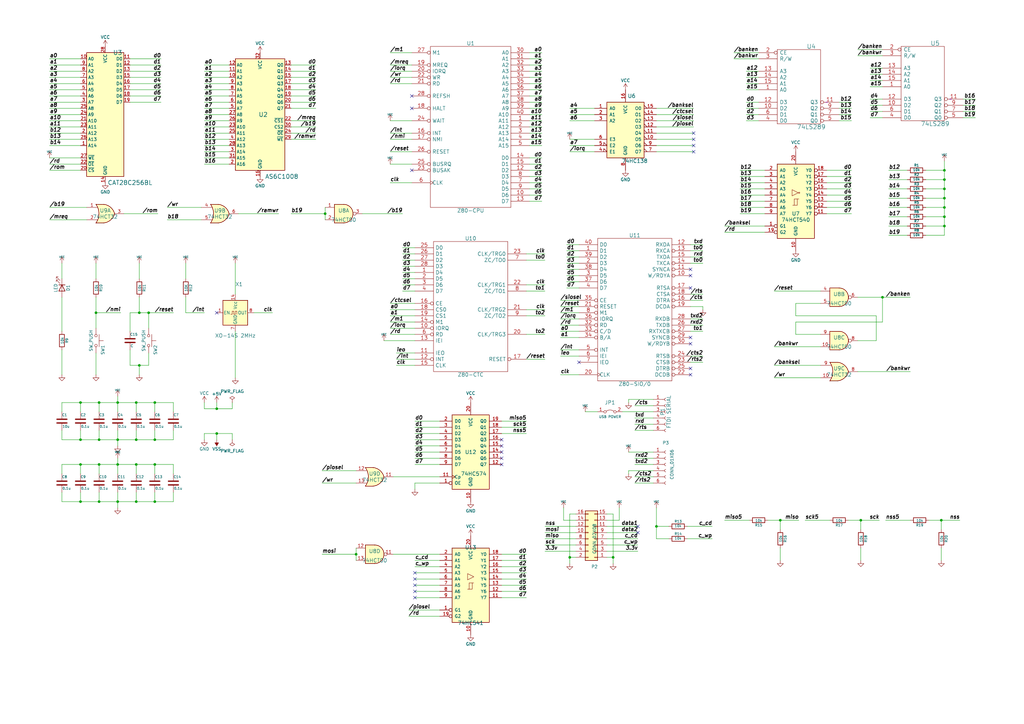
<source format=kicad_sch>
(kicad_sch (version 20230121) (generator eeschema)
  (paper "A3")
  (title_block (title "Dirac Z80 Single Board Computer") (date "23 may 2015"))
  (junction (at 40.64 205.74))
  (junction (at 55.88 180.34))
  (junction (at 386.08 213.36))
  (junction (at 48.26 190.5))
  (junction (at 146.05 227.33))
  (junction (at 353.06 213.36))
  (junction (at 88.9 167.64))
  (junction (at 387.35 73.66))
  (junction (at 387.35 85.09))
  (junction (at 57.15 128.27))
  (junction (at 33.02 190.5))
  (junction (at 39.37 128.27))
  (junction (at 55.88 190.5))
  (junction (at 57.15 149.86))
  (junction (at 63.5 165.1))
  (junction (at 48.26 165.1))
  (junction (at 387.35 77.47))
  (junction (at 63.5 190.5))
  (junction (at 33.02 205.74))
  (junction (at 40.64 180.34))
  (junction (at 251.46 228.6))
  (junction (at 387.35 88.9))
  (junction (at 387.35 69.85))
  (junction (at 40.64 165.1))
  (junction (at 320.04 213.36))
  (junction (at 361.95 121.92))
  (junction (at 40.64 190.5))
  (junction (at 88.9 177.8))
  (junction (at 269.24 215.9))
  (junction (at 55.88 205.74))
  (junction (at 48.26 205.74))
  (junction (at 233.68 228.6))
  (junction (at 387.35 92.71))
  (junction (at 133.35 87.63))
  (junction (at 387.35 81.28))
  (junction (at 55.88 165.1))
  (junction (at 48.26 180.34))
  (junction (at 60.96 128.27))
  (junction (at 63.5 205.74))
  (junction (at 33.02 165.1))
  (junction (at 33.02 180.34))
  (junction (at 63.5 180.34))
  (no_connect (at 284.48 59.69))
  (no_connect (at 283.21 138.43))
  (no_connect (at 283.21 110.49))
  (no_connect (at 205.74 190.5))
  (no_connect (at 283.21 113.03))
  (no_connect (at 170.18 242.57))
  (no_connect (at 237.49 148.59))
  (no_connect (at 170.18 237.49))
  (no_connect (at 170.18 245.11))
  (no_connect (at 261.62 215.9))
  (no_connect (at 205.74 182.88))
  (no_connect (at 205.74 185.42))
  (no_connect (at 283.21 151.13))
  (no_connect (at 88.9 128.27))
  (no_connect (at 170.18 240.03))
  (no_connect (at 283.21 140.97))
  (no_connect (at 261.62 218.44))
  (no_connect (at 283.21 153.67))
  (no_connect (at 284.48 57.15))
  (no_connect (at 283.21 118.11))
  (no_connect (at 284.48 54.61))
  (no_connect (at 284.48 62.23))
  (no_connect (at 170.18 234.95))
  (no_connect (at 205.74 180.34))
  (no_connect (at 205.74 187.96))
  (no_connect (at 168.91 69.85))
  (no_connect (at 168.91 44.45))
  (no_connect (at 168.91 39.37))
  (wire (pts (xy 269.24 215.9) (xy 269.24 220.98)))
  (wire (pts (xy 53.34 128.27) (xy 53.34 135.89)))
  (wire (pts (xy 236.22 215.9) (xy 223.52 215.9)))
  (wire (pts (xy 33.02 201.93) (xy 33.02 205.74)))
  (wire (pts (xy 326.39 137.16) (xy 336.55 137.16)))
  (wire (pts (xy 133.35 85.09) (xy 133.35 87.63)))
  (wire (pts (xy 311.15 31.75) (xy 306.07 31.75)))
  (wire (pts (xy 170.18 229.87) (xy 180.34 229.87)))
  (wire (pts (xy 359.41 129.54) (xy 359.41 139.7)))
  (wire (pts (xy 387.35 88.9) (xy 387.35 92.71)))
  (wire (pts (xy 313.69 77.47) (xy 303.53 77.47)))
  (wire (pts (xy 170.18 180.34) (xy 180.34 180.34)))
  (wire (pts (xy 233.68 228.6) (xy 233.68 231.14)))
  (wire (pts (xy 387.35 73.66) (xy 387.35 77.47)))
  (wire (pts (xy 93.98 31.75) (xy 83.82 31.75)))
  (wire (pts (xy 326.39 124.46) (xy 326.39 129.54)))
  (wire (pts (xy 311.15 46.99) (xy 306.07 46.99)))
  (wire (pts (xy 48.26 180.34) (xy 55.88 180.34)))
  (wire (pts (xy 180.34 172.72) (xy 170.18 172.72)))
  (wire (pts (xy 20.32 67.31) (xy 33.02 67.31)))
  (wire (pts (xy 326.39 129.54) (xy 359.41 129.54)))
  (wire (pts (xy 161.29 227.33) (xy 180.34 227.33)))
  (wire (pts (xy 82.55 90.17) (xy 68.58 90.17)))
  (wire (pts (xy 60.96 128.27) (xy 60.96 134.62)))
  (wire (pts (xy 168.91 57.15) (xy 160.02 57.15)))
  (wire (pts (xy 361.95 40.64) (xy 356.87 40.64)))
  (wire (pts (xy 248.92 215.9) (xy 261.62 215.9)))
  (wire (pts (xy 344.17 49.53) (xy 349.25 49.53)))
  (wire (pts (xy 53.34 26.67) (xy 66.04 26.67)))
  (wire (pts (xy 361.95 48.26) (xy 356.87 48.26)))
  (wire (pts (xy 217.17 31.75) (xy 222.25 31.75)))
  (wire (pts (xy 170.18 242.57) (xy 180.34 242.57)))
  (wire (pts (xy 93.98 39.37) (xy 83.82 39.37)))
  (wire (pts (xy 25.4 143.51) (xy 25.4 153.67)))
  (wire (pts (xy 170.18 116.84) (xy 165.1 116.84)))
  (wire (pts (xy 236.22 218.44) (xy 223.52 218.44)))
  (wire (pts (xy 311.15 41.91) (xy 306.07 41.91)))
  (wire (pts (xy 63.5 201.93) (xy 63.5 205.74)))
  (wire (pts (xy 260.35 171.45) (xy 267.97 171.45)))
  (wire (pts (xy 132.08 227.33) (xy 146.05 227.33)))
  (wire (pts (xy 387.35 85.09) (xy 387.35 88.9)))
  (wire (pts (xy 71.12 201.93) (xy 71.12 205.74)))
  (wire (pts (xy 317.5 119.38) (xy 336.55 119.38)))
  (wire (pts (xy 48.26 205.74) (xy 55.88 205.74)))
  (wire (pts (xy 170.18 111.76) (xy 165.1 111.76)))
  (wire (pts (xy 317.5 149.86) (xy 336.55 149.86)))
  (wire (pts (xy 97.79 87.63) (xy 114.3 87.63)))
  (wire (pts (xy 217.17 49.53) (xy 222.25 49.53)))
  (wire (pts (xy 237.49 110.49) (xy 232.41 110.49)))
  (wire (pts (xy 269.24 49.53) (xy 284.48 49.53)))
  (wire (pts (xy 25.4 165.1) (xy 25.4 168.91)))
  (wire (pts (xy 170.18 190.5) (xy 180.34 190.5)))
  (wire (pts (xy 387.35 77.47) (xy 387.35 81.28)))
  (wire (pts (xy 217.17 77.47) (xy 222.25 77.47)))
  (wire (pts (xy 95.25 177.8) (xy 95.25 180.34)))
  (wire (pts (xy 339.09 69.85) (xy 349.25 69.85)))
  (wire (pts (xy 237.49 153.67) (xy 229.87 153.67)))
  (wire (pts (xy 215.9 242.57) (xy 205.74 242.57)))
  (wire (pts (xy 387.35 92.71) (xy 387.35 96.52)))
  (wire (pts (xy 217.17 29.21) (xy 222.25 29.21)))
  (wire (pts (xy 233.68 57.15) (xy 243.84 57.15)))
  (wire (pts (xy 40.64 180.34) (xy 48.26 180.34)))
  (wire (pts (xy 119.38 36.83) (xy 129.54 36.83)))
  (wire (pts (xy 255.27 168.91) (xy 267.97 168.91)))
  (wire (pts (xy 132.08 198.12) (xy 146.05 198.12)))
  (wire (pts (xy 168.91 67.31) (xy 160.02 67.31)))
  (wire (pts (xy 119.38 44.45) (xy 129.54 44.45)))
  (wire (pts (xy 170.18 149.86) (xy 162.56 149.86)))
  (wire (pts (xy 170.18 134.62) (xy 160.02 134.62)))
  (wire (pts (xy 93.98 41.91) (xy 83.82 41.91)))
  (wire (pts (xy 311.15 44.45) (xy 306.07 44.45)))
  (wire (pts (xy 217.17 44.45) (xy 222.25 44.45)))
  (wire (pts (xy 95.25 167.64) (xy 95.25 165.1)))
  (wire (pts (xy 133.35 87.63) (xy 133.35 90.17)))
  (wire (pts (xy 269.24 52.07) (xy 284.48 52.07)))
  (wire (pts (xy 237.49 113.03) (xy 232.41 113.03)))
  (wire (pts (xy 25.4 205.74) (xy 33.02 205.74)))
  (wire (pts (xy 33.02 59.69) (xy 20.32 59.69)))
  (wire (pts (xy 361.95 33.02) (xy 356.87 33.02)))
  (wire (pts (xy 326.39 124.46) (xy 336.55 124.46)))
  (wire (pts (xy 288.29 125.73) (xy 288.29 127)))
  (wire (pts (xy 57.15 121.92) (xy 57.15 128.27)))
  (wire (pts (xy 217.17 24.13) (xy 222.25 24.13)))
  (wire (pts (xy 82.55 85.09) (xy 68.58 85.09)))
  (wire (pts (xy 119.38 31.75) (xy 129.54 31.75)))
  (wire (pts (xy 236.22 210.82) (xy 233.68 210.82)))
  (wire (pts (xy 170.18 109.22) (xy 165.1 109.22)))
  (wire (pts (xy 93.98 36.83) (xy 83.82 36.83)))
  (wire (pts (xy 48.26 205.74) (xy 48.26 208.28)))
  (wire (pts (xy 83.82 54.61) (xy 93.98 54.61)))
  (wire (pts (xy 119.38 34.29) (xy 129.54 34.29)))
  (wire (pts (xy 33.02 49.53) (xy 20.32 49.53)))
  (wire (pts (xy 364.49 73.66) (xy 372.11 73.66)))
  (wire (pts (xy 170.18 144.78) (xy 162.56 144.78)))
  (wire (pts (xy 146.05 224.79) (xy 146.05 227.33)))
  (wire (pts (xy 83.82 64.77) (xy 93.98 64.77)))
  (wire (pts (xy 83.82 62.23) (xy 93.98 62.23)))
  (wire (pts (xy 281.94 215.9) (xy 292.1 215.9)))
  (wire (pts (xy 257.81 193.04) (xy 257.81 194.31)))
  (wire (pts (xy 168.91 29.21) (xy 160.02 29.21)))
  (wire (pts (xy 215.9 116.84) (xy 223.52 116.84)))
  (wire (pts (xy 215.9 237.49) (xy 205.74 237.49)))
  (wire (pts (xy 57.15 149.86) (xy 60.96 149.86)))
  (wire (pts (xy 344.17 44.45) (xy 349.25 44.45)))
  (wire (pts (xy 39.37 128.27) (xy 39.37 134.62)))
  (wire (pts (xy 170.18 124.46) (xy 160.02 124.46)))
  (wire (pts (xy 88.9 167.64) (xy 95.25 167.64)))
  (wire (pts (xy 217.17 21.59) (xy 222.25 21.59)))
  (wire (pts (xy 160.02 132.08) (xy 170.18 132.08)))
  (wire (pts (xy 168.91 34.29) (xy 160.02 34.29)))
  (wire (pts (xy 53.34 41.91) (xy 66.04 41.91)))
  (wire (pts (xy 170.18 127) (xy 160.02 127)))
  (wire (pts (xy 386.08 213.36) (xy 386.08 217.17)))
  (wire (pts (xy 20.32 64.77) (xy 33.02 64.77)))
  (wire (pts (xy 170.18 237.49) (xy 180.34 237.49)))
  (wire (pts (xy 160.02 49.53) (xy 168.91 49.53)))
  (wire (pts (xy 267.97 193.04) (xy 257.81 193.04)))
  (wire (pts (xy 215.9 229.87) (xy 205.74 229.87)))
  (wire (pts (xy 25.4 107.95) (xy 25.4 114.3)))
  (wire (pts (xy 364.49 85.09) (xy 372.11 85.09)))
  (wire (pts (xy 215.9 106.68) (xy 223.52 106.68)))
  (wire (pts (xy 236.22 213.36) (xy 231.14 213.36)))
  (wire (pts (xy 146.05 193.04) (xy 132.08 193.04)))
  (wire (pts (xy 55.88 176.53) (xy 55.88 180.34)))
  (wire (pts (xy 339.09 87.63) (xy 349.25 87.63)))
  (wire (pts (xy 237.49 115.57) (xy 232.41 115.57)))
  (wire (pts (xy 170.18 234.95) (xy 180.34 234.95)))
  (wire (pts (xy 267.97 166.37) (xy 260.35 166.37)))
  (wire (pts (xy 237.49 133.35) (xy 229.87 133.35)))
  (wire (pts (xy 33.02 24.13) (xy 20.32 24.13)))
  (wire (pts (xy 233.68 210.82) (xy 233.68 228.6)))
  (wire (pts (xy 251.46 210.82) (xy 251.46 228.6)))
  (wire (pts (xy 48.26 165.1) (xy 55.88 165.1)))
  (wire (pts (xy 339.09 82.55) (xy 349.25 82.55)))
  (wire (pts (xy 93.98 29.21) (xy 83.82 29.21)))
  (wire (pts (xy 33.02 39.37) (xy 20.32 39.37)))
  (wire (pts (xy 364.49 77.47) (xy 372.11 77.47)))
  (wire (pts (xy 20.32 90.17) (xy 35.56 90.17)))
  (wire (pts (xy 40.64 165.1) (xy 48.26 165.1)))
  (wire (pts (xy 33.02 46.99) (xy 20.32 46.99)))
  (wire (pts (xy 48.26 187.96) (xy 48.26 190.5)))
  (wire (pts (xy 233.68 49.53) (xy 243.84 49.53)))
  (wire (pts (xy 229.87 146.05) (xy 237.49 146.05)))
  (wire (pts (xy 344.17 41.91) (xy 349.25 41.91)))
  (wire (pts (xy 40.64 165.1) (xy 40.64 168.91)))
  (wire (pts (xy 215.9 137.16) (xy 223.52 137.16)))
  (wire (pts (xy 53.34 34.29) (xy 66.04 34.29)))
  (wire (pts (xy 168.91 26.67) (xy 160.02 26.67)))
  (wire (pts (xy 168.91 62.23) (xy 160.02 62.23)))
  (wire (pts (xy 170.18 187.96) (xy 180.34 187.96)))
  (wire (pts (xy 40.64 190.5) (xy 40.64 194.31)))
  (wire (pts (xy 33.02 41.91) (xy 20.32 41.91)))
  (wire (pts (xy 215.9 245.11) (xy 205.74 245.11)))
  (wire (pts (xy 237.49 130.81) (xy 229.87 130.81)))
  (wire (pts (xy 215.9 104.14) (xy 223.52 104.14)))
  (wire (pts (xy 283.21 107.95) (xy 288.29 107.95)))
  (wire (pts (xy 215.9 232.41) (xy 205.74 232.41)))
  (wire (pts (xy 217.17 69.85) (xy 222.25 69.85)))
  (wire (pts (xy 83.82 59.69) (xy 93.98 59.69)))
  (wire (pts (xy 157.48 139.7) (xy 170.18 139.7)))
  (wire (pts (xy 168.91 21.59) (xy 160.02 21.59)))
  (wire (pts (xy 88.9 177.8) (xy 95.25 177.8)))
  (wire (pts (xy 63.5 165.1) (xy 71.12 165.1)))
  (wire (pts (xy 71.12 190.5) (xy 71.12 194.31)))
  (wire (pts (xy 320.04 213.36) (xy 327.66 213.36)))
  (wire (pts (xy 320.04 224.79) (xy 320.04 229.87)))
  (wire (pts (xy 53.34 143.51) (xy 53.34 149.86)))
  (wire (pts (xy 63.5 180.34) (xy 71.12 180.34)))
  (wire (pts (xy 300.99 21.59) (xy 311.15 21.59)))
  (wire (pts (xy 217.17 74.93) (xy 222.25 74.93)))
  (wire (pts (xy 267.97 190.5) (xy 260.35 190.5)))
  (wire (pts (xy 236.22 228.6) (xy 233.68 228.6)))
  (wire (pts (xy 168.91 74.93) (xy 160.02 74.93)))
  (wire (pts (xy 351.79 121.92) (xy 361.95 121.92)))
  (wire (pts (xy 379.73 92.71) (xy 387.35 92.71)))
  (wire (pts (xy 336.55 142.24) (xy 317.5 142.24)))
  (wire (pts (xy 339.09 72.39) (xy 349.25 72.39)))
  (wire (pts (xy 217.17 59.69) (xy 222.25 59.69)))
  (wire (pts (xy 33.02 205.74) (xy 40.64 205.74)))
  (wire (pts (xy 233.68 44.45) (xy 243.84 44.45)))
  (wire (pts (xy 48.26 180.34) (xy 48.26 182.88)))
  (wire (pts (xy 167.64 252.73) (xy 180.34 252.73)))
  (wire (pts (xy 48.26 162.56) (xy 48.26 165.1)))
  (wire (pts (xy 39.37 144.78) (xy 39.37 153.67)))
  (wire (pts (xy 48.26 201.93) (xy 48.26 205.74)))
  (wire (pts (xy 217.17 41.91) (xy 222.25 41.91)))
  (wire (pts (xy 364.49 88.9) (xy 372.11 88.9)))
  (wire (pts (xy 361.95 27.94) (xy 356.87 27.94)))
  (wire (pts (xy 267.97 185.42) (xy 257.81 185.42)))
  (wire (pts (xy 119.38 41.91) (xy 129.54 41.91)))
  (wire (pts (xy 40.64 201.93) (xy 40.64 205.74)))
  (wire (pts (xy 217.17 36.83) (xy 222.25 36.83)))
  (wire (pts (xy 269.24 208.28) (xy 269.24 215.9)))
  (wire (pts (xy 63.5 190.5) (xy 63.5 194.31)))
  (wire (pts (xy 33.02 165.1) (xy 33.02 168.91)))
  (wire (pts (xy 257.81 163.83) (xy 257.81 165.1)))
  (wire (pts (xy 40.64 205.74) (xy 48.26 205.74)))
  (wire (pts (xy 283.21 120.65) (xy 288.29 120.65)))
  (wire (pts (xy 361.95 35.56) (xy 356.87 35.56)))
  (wire (pts (xy 217.17 26.67) (xy 222.25 26.67)))
  (wire (pts (xy 386.08 224.79) (xy 386.08 229.87)))
  (wire (pts (xy 330.2 213.36) (xy 340.36 213.36)))
  (wire (pts (xy 379.73 85.09) (xy 387.35 85.09)))
  (wire (pts (xy 344.17 46.99) (xy 349.25 46.99)))
  (wire (pts (xy 361.95 132.08) (xy 326.39 132.08)))
  (wire (pts (xy 297.18 213.36) (xy 307.34 213.36)))
  (wire (pts (xy 33.02 44.45) (xy 20.32 44.45)))
  (wire (pts (xy 55.88 190.5) (xy 55.88 194.31)))
  (wire (pts (xy 217.17 57.15) (xy 222.25 57.15)))
  (wire (pts (xy 83.82 165.1) (xy 83.82 167.64)))
  (wire (pts (xy 233.68 59.69) (xy 243.84 59.69)))
  (wire (pts (xy 237.49 118.11) (xy 232.41 118.11)))
  (wire (pts (xy 119.38 49.53) (xy 129.54 49.53)))
  (wire (pts (xy 64.77 87.63) (xy 50.8 87.63)))
  (wire (pts (xy 25.4 180.34) (xy 33.02 180.34)))
  (wire (pts (xy 248.92 226.06) (xy 261.62 226.06)))
  (wire (pts (xy 359.41 139.7) (xy 351.79 139.7)))
  (wire (pts (xy 55.88 165.1) (xy 55.88 168.91)))
  (wire (pts (xy 104.14 128.27) (xy 111.76 128.27)))
  (wire (pts (xy 339.09 77.47) (xy 349.25 77.47)))
  (wire (pts (xy 283.21 125.73) (xy 288.29 125.73)))
  (wire (pts (xy 237.49 138.43) (xy 229.87 138.43)))
  (wire (pts (xy 381 213.36) (xy 386.08 213.36)))
  (wire (pts (xy 33.02 180.34) (xy 40.64 180.34)))
  (wire (pts (xy 300.99 24.13) (xy 311.15 24.13)))
  (wire (pts (xy 205.74 227.33) (xy 215.9 227.33)))
  (wire (pts (xy 217.17 54.61) (xy 222.25 54.61)))
  (wire (pts (xy 33.02 190.5) (xy 33.02 194.31)))
  (wire (pts (xy 215.9 127) (xy 223.52 127)))
  (wire (pts (xy 311.15 29.21) (xy 306.07 29.21)))
  (wire (pts (xy 170.18 104.14) (xy 165.1 104.14)))
  (wire (pts (xy 48.26 190.5) (xy 55.88 190.5)))
  (wire (pts (xy 217.17 82.55) (xy 222.25 82.55)))
  (wire (pts (xy 317.5 154.94) (xy 336.55 154.94)))
  (wire (pts (xy 217.17 46.99) (xy 222.25 46.99)))
  (wire (pts (xy 55.88 205.74) (xy 63.5 205.74)))
  (wire (pts (xy 55.88 165.1) (xy 63.5 165.1)))
  (wire (pts (xy 119.38 87.63) (xy 133.35 87.63)))
  (wire (pts (xy 233.68 62.23) (xy 243.84 62.23)))
  (wire (pts (xy 33.02 52.07) (xy 20.32 52.07)))
  (wire (pts (xy 251.46 228.6) (xy 251.46 231.14)))
  (wire (pts (xy 170.18 177.8) (xy 180.34 177.8)))
  (wire (pts (xy 351.79 22.86) (xy 361.95 22.86)))
  (wire (pts (xy 83.82 57.15) (xy 93.98 57.15)))
  (wire (pts (xy 281.94 220.98) (xy 292.1 220.98)))
  (wire (pts (xy 170.18 137.16) (xy 160.02 137.16)))
  (wire (pts (xy 386.08 213.36) (xy 393.7 213.36)))
  (wire (pts (xy 267.97 163.83) (xy 257.81 163.83)))
  (wire (pts (xy 229.87 143.51) (xy 237.49 143.51)))
  (wire (pts (xy 231.14 213.36) (xy 231.14 208.28)))
  (wire (pts (xy 20.32 69.85) (xy 33.02 69.85)))
  (wire (pts (xy 236.22 226.06) (xy 223.52 226.06)))
  (wire (pts (xy 347.98 213.36) (xy 353.06 213.36)))
  (wire (pts (xy 217.17 34.29) (xy 222.25 34.29)))
  (wire (pts (xy 229.87 125.73) (xy 237.49 125.73)))
  (wire (pts (xy 48.26 165.1) (xy 48.26 168.91)))
  (wire (pts (xy 170.18 175.26) (xy 180.34 175.26)))
  (wire (pts (xy 96.52 135.89) (xy 96.52 154.94)))
  (wire (pts (xy 229.87 128.27) (xy 237.49 128.27)))
  (wire (pts (xy 353.06 224.79) (xy 353.06 229.87)))
  (wire (pts (xy 83.82 167.64) (xy 88.9 167.64)))
  (wire (pts (xy 76.2 128.27) (xy 83.82 128.27)))
  (wire (pts (xy 76.2 107.95) (xy 76.2 114.3)))
  (wire (pts (xy 237.49 135.89) (xy 229.87 135.89)))
  (wire (pts (xy 55.88 190.5) (xy 63.5 190.5)))
  (wire (pts (xy 205.74 175.26) (xy 215.9 175.26)))
  (wire (pts (xy 93.98 49.53) (xy 83.82 49.53)))
  (wire (pts (xy 361.95 43.18) (xy 356.87 43.18)))
  (wire (pts (xy 33.02 31.75) (xy 20.32 31.75)))
  (wire (pts (xy 311.15 34.29) (xy 306.07 34.29)))
  (wire (pts (xy 146.05 227.33) (xy 146.05 229.87)))
  (wire (pts (xy 240.03 168.91) (xy 245.11 168.91)))
  (wire (pts (xy 20.32 26.67) (xy 33.02 26.67)))
  (wire (pts (xy 269.24 57.15) (xy 284.48 57.15)))
  (wire (pts (xy 313.69 87.63) (xy 303.53 87.63)))
  (wire (pts (xy 71.12 176.53) (xy 71.12 180.34)))
  (wire (pts (xy 217.17 67.31) (xy 222.25 67.31)))
  (wire (pts (xy 53.34 29.21) (xy 66.04 29.21)))
  (wire (pts (xy 237.49 107.95) (xy 232.41 107.95)))
  (wire (pts (xy 96.52 107.95) (xy 96.52 120.65)))
  (wire (pts (xy 57.15 128.27) (xy 60.96 128.27)))
  (wire (pts (xy 313.69 80.01) (xy 303.53 80.01)))
  (wire (pts (xy 33.02 176.53) (xy 33.02 180.34)))
  (wire (pts (xy 33.02 54.61) (xy 20.32 54.61)))
  (wire (pts (xy 93.98 26.67) (xy 83.82 26.67)))
  (wire (pts (xy 170.18 232.41) (xy 180.34 232.41)))
  (wire (pts (xy 170.18 198.12) (xy 170.18 200.66)))
  (wire (pts (xy 267.97 198.12) (xy 260.35 198.12)))
  (wire (pts (xy 39.37 128.27) (xy 49.53 128.27)))
  (wire (pts (xy 215.9 147.32) (xy 223.52 147.32)))
  (wire (pts (xy 267.97 187.96) (xy 260.35 187.96)))
  (wire (pts (xy 83.82 177.8) (xy 83.82 180.34)))
  (wire (pts (xy 363.22 213.36) (xy 373.38 213.36)))
  (wire (pts (xy 326.39 132.08) (xy 326.39 137.16)))
  (wire (pts (xy 364.49 81.28) (xy 372.11 81.28)))
  (wire (pts (xy 83.82 177.8) (xy 88.9 177.8)))
  (wire (pts (xy 93.98 44.45) (xy 83.82 44.45)))
  (wire (pts (xy 48.26 176.53) (xy 48.26 180.34)))
  (wire (pts (xy 33.02 165.1) (xy 40.64 165.1)))
  (wire (pts (xy 25.4 176.53) (xy 25.4 180.34)))
  (wire (pts (xy 248.92 220.98) (xy 261.62 220.98)))
  (wire (pts (xy 237.49 100.33) (xy 232.41 100.33)))
  (wire (pts (xy 170.18 114.3) (xy 165.1 114.3)))
  (wire (pts (xy 248.92 228.6) (xy 251.46 228.6)))
  (wire (pts (xy 119.38 29.21) (xy 129.54 29.21)))
  (wire (pts (xy 60.96 128.27) (xy 71.12 128.27)))
  (wire (pts (xy 53.34 24.13) (xy 66.04 24.13)))
  (wire (pts (xy 313.69 82.55) (xy 303.53 82.55)))
  (wire (pts (xy 248.92 213.36) (xy 254 213.36)))
  (wire (pts (xy 364.49 69.85) (xy 372.11 69.85)))
  (wire (pts (xy 283.21 105.41) (xy 288.29 105.41)))
  (wire (pts (xy 364.49 92.71) (xy 372.11 92.71)))
  (wire (pts (xy 53.34 39.37) (xy 66.04 39.37)))
  (wire (pts (xy 254 213.36) (xy 254 208.28)))
  (wire (pts (xy 93.98 34.29) (xy 83.82 34.29)))
  (wire (pts (xy 379.73 81.28) (xy 387.35 81.28)))
  (wire (pts (xy 215.9 240.03) (xy 205.74 240.03)))
  (wire (pts (xy 361.95 121.92) (xy 361.95 132.08)))
  (wire (pts (xy 119.38 26.67) (xy 129.54 26.67)))
  (wire (pts (xy 353.06 213.36) (xy 353.06 217.17)))
  (wire (pts (xy 269.24 220.98) (xy 274.32 220.98)))
  (wire (pts (xy 33.02 34.29) (xy 20.32 34.29)))
  (wire (pts (xy 260.35 176.53) (xy 267.97 176.53)))
  (wire (pts (xy 55.88 201.93) (xy 55.88 205.74)))
  (wire (pts (xy 25.4 121.92) (xy 25.4 135.89)))
  (wire (pts (xy 170.18 182.88) (xy 180.34 182.88)))
  (wire (pts (xy 83.82 67.31) (xy 93.98 67.31)))
  (wire (pts (xy 60.96 144.78) (xy 60.96 149.86)))
  (wire (pts (xy 53.34 128.27) (xy 57.15 128.27)))
  (wire (pts (xy 379.73 73.66) (xy 387.35 73.66)))
  (wire (pts (xy 88.9 177.8) (xy 88.9 180.34)))
  (wire (pts (xy 55.88 180.34) (xy 63.5 180.34)))
  (wire (pts (xy 93.98 46.99) (xy 83.82 46.99)))
  (wire (pts (xy 361.95 121.92) (xy 373.38 121.92)))
  (wire (pts (xy 57.15 107.95) (xy 57.15 114.3)))
  (wire (pts (xy 167.64 250.19) (xy 180.34 250.19)))
  (wire (pts (xy 379.73 77.47) (xy 387.35 77.47)))
  (wire (pts (xy 39.37 107.95) (xy 39.37 114.3)))
  (wire (pts (xy 63.5 165.1) (xy 63.5 168.91)))
  (wire (pts (xy 217.17 64.77) (xy 222.25 64.77)))
  (wire (pts (xy 217.17 52.07) (xy 222.25 52.07)))
  (wire (pts (xy 379.73 88.9) (xy 387.35 88.9)))
  (wire (pts (xy 217.17 80.01) (xy 222.25 80.01)))
  (wire (pts (xy 394.97 45.72) (xy 400.05 45.72)))
  (wire (pts (xy 313.69 69.85) (xy 303.53 69.85)))
  (wire (pts (xy 33.02 190.5) (xy 40.64 190.5)))
  (wire (pts (xy 170.18 129.54) (xy 160.02 129.54)))
  (wire (pts (xy 53.34 149.86) (xy 57.15 149.86)))
  (wire (pts (xy 313.69 85.09) (xy 303.53 85.09)))
  (wire (pts (xy 267.97 195.58) (xy 260.35 195.58)))
  (wire (pts (xy 170.18 240.03) (xy 180.34 240.03)))
  (wire (pts (xy 180.34 198.12) (xy 170.18 198.12)))
  (wire (pts (xy 170.18 101.6) (xy 165.1 101.6)))
  (wire (pts (xy 283.21 133.35) (xy 288.29 133.35)))
  (wire (pts (xy 269.24 215.9) (xy 274.32 215.9)))
  (wire (pts (xy 25.4 190.5) (xy 25.4 194.31)))
  (wire (pts (xy 394.97 48.26) (xy 400.05 48.26)))
  (wire (pts (xy 283.21 130.81) (xy 288.29 130.81)))
  (wire (pts (xy 170.18 119.38) (xy 165.1 119.38)))
  (wire (pts (xy 205.74 172.72) (xy 215.9 172.72)))
  (wire (pts (xy 387.35 69.85) (xy 387.35 73.66)))
  (wire (pts (xy 387.35 81.28) (xy 387.35 85.09)))
  (wire (pts (xy 283.21 102.87) (xy 288.29 102.87)))
  (wire (pts (xy 260.35 173.99) (xy 267.97 173.99)))
  (wire (pts (xy 269.24 54.61) (xy 284.48 54.61)))
  (wire (pts (xy 215.9 234.95) (xy 205.74 234.95)))
  (wire (pts (xy 168.91 54.61) (xy 160.02 54.61)))
  (wire (pts (xy 339.09 85.09) (xy 349.25 85.09)))
  (wire (pts (xy 283.21 135.89) (xy 288.29 135.89)))
  (wire (pts (xy 313.69 72.39) (xy 303.53 72.39)))
  (wire (pts (xy 314.96 213.36) (xy 320.04 213.36)))
  (wire (pts (xy 129.54 57.15) (xy 119.38 57.15)))
  (wire (pts (xy 71.12 165.1) (xy 71.12 168.91)))
  (wire (pts (xy 33.02 36.83) (xy 20.32 36.83)))
  (wire (pts (xy 48.26 190.5) (xy 48.26 194.31)))
  (wire (pts (xy 170.18 185.42) (xy 180.34 185.42)))
  (wire (pts (xy 180.34 195.58) (xy 161.29 195.58)))
  (wire (pts (xy 53.34 36.83) (xy 66.04 36.83)))
  (wire (pts (xy 379.73 69.85) (xy 387.35 69.85)))
  (wire (pts (xy 119.38 39.37) (xy 129.54 39.37)))
  (wire (pts (xy 248.92 223.52) (xy 261.62 223.52)))
  (wire (pts (xy 283.21 123.19) (xy 288.29 123.19)))
  (wire (pts (xy 394.97 43.18) (xy 400.05 43.18)))
  (wire (pts (xy 168.91 31.75) (xy 160.02 31.75)))
  (wire (pts (xy 170.18 245.11) (xy 180.34 245.11)))
  (wire (pts (xy 237.49 102.87) (xy 232.41 102.87)))
  (wire (pts (xy 57.15 153.67) (xy 57.15 149.86)))
  (wire (pts (xy 236.22 223.52) (xy 223.52 223.52)))
  (wire (pts (xy 351.79 20.32) (xy 361.95 20.32)))
  (wire (pts (xy 88.9 167.64) (xy 88.9 165.1)))
  (wire (pts (xy 233.68 46.99) (xy 243.84 46.99)))
  (wire (pts (xy 387.35 66.04) (xy 387.35 69.85)))
  (wire (pts (xy 269.24 62.23) (xy 284.48 62.23)))
  (wire (pts (xy 119.38 54.61) (xy 129.54 54.61)))
  (wire (pts (xy 25.4 201.93) (xy 25.4 205.74)))
  (wire (pts (xy 361.95 30.48) (xy 356.87 30.48)))
  (wire (pts (xy 269.24 46.99) (xy 284.48 46.99)))
  (wire (pts (xy 248.92 218.44) (xy 261.62 218.44)))
  (wire (pts (xy 353.06 213.36) (xy 360.68 213.36)))
  (wire (pts (xy 35.56 85.09) (xy 20.32 85.09)))
  (wire (pts (xy 119.38 52.07) (xy 129.54 52.07)))
  (wire (pts (xy 248.92 210.82) (xy 251.46 210.82)))
  (wire (pts (xy 25.4 165.1) (xy 33.02 165.1)))
  (wire (pts (xy 217.17 72.39) (xy 222.25 72.39)))
  (wire (pts (xy 283.21 146.05) (xy 288.29 146.05)))
  (wire (pts (xy 339.09 74.93) (xy 349.25 74.93)))
  (wire (pts (xy 39.37 121.92) (xy 39.37 128.27)))
  (wire (pts (xy 379.73 96.52) (xy 387.35 96.52)))
  (wire (pts (xy 269.24 59.69) (xy 284.48 59.69)))
  (wire (pts (xy 320.04 213.36) (xy 320.04 217.17)))
  (wire (pts (xy 283.21 100.33) (xy 288.29 100.33)))
  (wire (pts (xy 364.49 96.52) (xy 372.11 96.52)))
  (wire (pts (xy 63.5 176.53) (xy 63.5 180.34)))
  (wire (pts (xy 53.34 31.75) (xy 66.04 31.75)))
  (wire (pts (xy 63.5 190.5) (xy 71.12 190.5)))
  (wire (pts (xy 25.4 190.5) (xy 33.02 190.5)))
  (wire (pts (xy 361.95 45.72) (xy 356.87 45.72)))
  (wire (pts (xy 229.87 123.19) (xy 237.49 123.19)))
  (wire (pts (xy 205.74 177.8) (xy 215.9 177.8)))
  (wire (pts (xy 33.02 57.15) (xy 20.32 57.15)))
  (wire (pts (xy 170.18 106.68) (xy 165.1 106.68)))
  (wire (pts (xy 394.97 40.64) (xy 400.05 40.64)))
  (wire (pts (xy 237.49 105.41) (xy 232.41 105.41)))
  (wire (pts (xy 93.98 52.07) (xy 83.82 52.07)))
  (wire (pts (xy 33.02 29.21) (xy 20.32 29.21)))
  (wire (pts (xy 283.21 148.59) (xy 288.29 148.59)))
  (wire (pts (xy 311.15 49.53) (xy 306.07 49.53)))
  (wire (pts (xy 40.64 176.53) (xy 40.64 180.34)))
  (wire (pts (xy 236.22 220.98) (xy 223.52 220.98)))
  (wire (pts (xy 311.15 36.83) (xy 306.07 36.83)))
  (wire (pts (xy 339.09 80.01) (xy 349.25 80.01)))
  (wire (pts (xy 313.69 92.71) (xy 297.18 92.71)))
  (wire (pts (xy 215.9 119.38) (xy 223.52 119.38)))
  (wire (pts (xy 351.79 152.4) (xy 373.38 152.4)))
  (wire (pts (xy 217.17 39.37) (xy 222.25 39.37)))
  (wire (pts (xy 63.5 205.74) (xy 71.12 205.74)))
  (wire (pts (xy 215.9 129.54) (xy 223.52 129.54)))
  (wire (pts (xy 313.69 95.25) (xy 297.18 95.25)))
  (wire (pts (xy 313.69 74.93) (xy 303.53 74.93)))
  (wire (pts (xy 162.56 147.32) (xy 170.18 147.32)))
  (wire (pts (xy 148.59 87.63) (xy 165.1 87.63)))
  (wire (pts (xy 40.64 190.5) (xy 48.26 190.5)))
  (wire (pts (xy 269.24 44.45) (xy 284.48 44.45)))
  (wire (pts (xy 76.2 121.92) (xy 76.2 128.27)))
  (label "a0" (at 83.82 26.67 0) (effects (font (size 1.524 1.524) (thickness 0.3048) bold italic)))
  (label "b14" (at 303.53 74.93 0) (effects (font (size 1.524 1.524) (thickness 0.3048) bold italic)))
  (label "a14" (at 356.87 33.02 0) (effects (font (size 1.524 1.524) (thickness 0.3048) bold italic)))
  (label "d6" (at 129.54 41.91 180) (effects (font (size 1.524 1.524) (thickness 0.3048) bold italic)))
  (label "d5" (at 170.18 185.42 0) (effects (font (size 1.524 1.524) (thickness 0.3048) bold italic)))
  (label "/wr" (at 160.02 31.75 0) (effects (font (size 1.524 1.524) (thickness 0.3048) bold italic)))
  (label "a1" (at 20.32 26.67 0) (effects (font (size 1.524 1.524) (thickness 0.3048) bold italic)))
  (label "b14" (at 349.25 46.99 180) (effects (font (size 1.524 1.524) (thickness 0.3048) bold italic)))
  (label "d2" (at 222.25 69.85 180) (effects (font (size 1.524 1.524) (thickness 0.3048) bold italic)))
  (label "b16" (at 303.53 80.01 0) (effects (font (size 1.524 1.524) (thickness 0.3048) bold italic)))
  (label "b18" (at 303.53 85.09 0) (effects (font (size 1.524 1.524) (thickness 0.3048) bold italic)))
  (label "d7" (at 232.41 118.11 0) (effects (font (size 1.524 1.524) (thickness 0.3048) bold italic)))
  (label "a12" (at 356.87 27.94 0) (effects (font (size 1.524 1.524) (thickness 0.3048) bold italic)))
  (label "rxd2" (at 288.29 133.35 180) (effects (font (size 1.524 1.524) (thickness 0.3048) bold italic)))
  (label "b14" (at 364.49 77.47 0) (effects (font (size 1.524 1.524) (thickness 0.3048) bold italic)))
  (label "d4" (at 356.87 40.64 0) (effects (font (size 1.524 1.524) (thickness 0.3048) bold italic)))
  (label "b19" (at 364.49 96.52 0) (effects (font (size 1.524 1.524) (thickness 0.3048) bold italic)))
  (label "/banksel" (at 297.18 92.71 0) (effects (font (size 1.524 1.524) (thickness 0.3048) bold italic)))
  (label "d0" (at 129.54 26.67 180) (effects (font (size 1.524 1.524) (thickness 0.3048) bold italic)))
  (label "a0" (at 222.25 21.59 180) (effects (font (size 1.524 1.524) (thickness 0.3048) bold italic)))
  (label "/m1" (at 229.87 128.27 0) (effects (font (size 1.524 1.524) (thickness 0.3048) bold italic)))
  (label "rxd2" (at 260.35 187.96 0) (effects (font (size 1.524 1.524) (thickness 0.3048) bold italic)))
  (label "d1" (at 165.1 104.14 0) (effects (font (size 1.524 1.524) (thickness 0.3048) bold italic)))
  (label "/mreq" (at 129.54 49.53 180) (effects (font (size 1.524 1.524) (thickness 0.3048) bold italic)))
  (label "b16" (at 400.05 40.64 180) (effects (font (size 1.524 1.524) (thickness 0.3048) bold italic)))
  (label "/ramwr" (at 129.54 57.15 180) (effects (font (size 1.524 1.524) (thickness 0.3048) bold italic)))
  (label "c_cd" (at 292.1 215.9 180) (effects (font (size 1.524 1.524) (thickness 0.3048) bold italic)))
  (label "a7" (at 233.68 59.69 0) (effects (font (size 1.524 1.524) (thickness 0.3048) bold italic)))
  (label "d6" (at 170.18 187.96 0) (effects (font (size 1.524 1.524) (thickness 0.3048) bold italic)))
  (label "3.3v" (at 261.62 226.06 180) (effects (font (size 1.524 1.524) (thickness 0.3048) bold italic)))
  (label "b16" (at 364.49 85.09 0) (effects (font (size 1.524 1.524) (thickness 0.3048) bold italic)))
  (label "b13" (at 20.32 57.15 0) (effects (font (size 1.524 1.524) (thickness 0.3048) bold italic)))
  (label "/bankwr" (at 351.79 22.86 0) (effects (font (size 1.524 1.524) (thickness 0.3048) bold italic)))
  (label "a11" (at 83.82 54.61 0) (effects (font (size 1.524 1.524) (thickness 0.3048) bold italic)))
  (label "c_cd" (at 261.62 220.98 180) (effects (font (size 1.524 1.524) (thickness 0.3048) bold italic)))
  (label "3.3v" (at 223.52 226.06 0) (effects (font (size 1.524 1.524) (thickness 0.3048) bold italic)))
  (label "a0" (at 20.32 24.13 0) (effects (font (size 1.524 1.524) (thickness 0.3048) bold italic)))
  (label "d0" (at 349.25 69.85 180) (effects (font (size 1.524 1.524) (thickness 0.3048) bold italic)))
  (label "b16" (at 83.82 67.31 0) (effects (font (size 1.524 1.524) (thickness 0.3048) bold italic)))
  (label "/iorq" (at 160.02 134.62 0) (effects (font (size 1.524 1.524) (thickness 0.3048) bold italic)))
  (label "b18" (at 400.05 45.72 180) (effects (font (size 1.524 1.524) (thickness 0.3048) bold italic)))
  (label "/ctcsel" (at 284.48 46.99 180) (effects (font (size 1.524 1.524) (thickness 0.3048) bold italic)))
  (label "a11" (at 222.25 49.53 180) (effects (font (size 1.524 1.524) (thickness 0.3048) bold italic)))
  (label "/b19" (at 20.32 85.09 0) (effects (font (size 1.524 1.524) (thickness 0.3048) bold italic)))
  (label "a2" (at 222.25 26.67 180) (effects (font (size 1.524 1.524) (thickness 0.3048) bold italic)))
  (label "txd2" (at 288.29 130.81 180) (effects (font (size 1.524 1.524) (thickness 0.3048) bold italic)))
  (label "/reset" (at 229.87 125.73 0) (effects (font (size 1.524 1.524) (thickness 0.3048) bold italic)))
  (label "clk" (at 223.52 104.14 180) (effects (font (size 1.524 1.524) (thickness 0.3048) bold italic)))
  (label "clk" (at 160.02 74.93 0) (effects (font (size 1.524 1.524) (thickness 0.3048) bold italic)))
  (label "a10" (at 222.25 46.99 180) (effects (font (size 1.524 1.524) (thickness 0.3048) bold italic)))
  (label "c_wp" (at 292.1 220.98 180) (effects (font (size 1.524 1.524) (thickness 0.3048) bold italic)))
  (label "/cts2" (at 260.35 195.58 0) (effects (font (size 1.524 1.524) (thickness 0.3048) bold italic)))
  (label "miso5" (at 215.9 172.72 180) (effects (font (size 1.524 1.524) (thickness 0.3048) bold italic)))
  (label "b15" (at 83.82 64.77 0) (effects (font (size 1.524 1.524) (thickness 0.3048) bold italic)))
  (label "d1" (at 232.41 102.87 0) (effects (font (size 1.524 1.524) (thickness 0.3048) bold italic)))
  (label "clk" (at 162.56 149.86 0) (effects (font (size 1.524 1.524) (thickness 0.3048) bold italic)))
  (label "a7" (at 20.32 41.91 0) (effects (font (size 1.524 1.524) (thickness 0.3048) bold italic)))
  (label "/siosel" (at 284.48 49.53 180) (effects (font (size 1.524 1.524) (thickness 0.3048) bold italic)))
  (label "b19" (at 400.05 48.26 180) (effects (font (size 1.524 1.524) (thickness 0.3048) bold italic)))
  (label "d5" (at 129.54 39.37 180) (effects (font (size 1.524 1.524) (thickness 0.3048) bold italic)))
  (label "a6" (at 83.82 41.91 0) (effects (font (size 1.524 1.524) (thickness 0.3048) bold italic)))
  (label "a3" (at 83.82 34.29 0) (effects (font (size 1.524 1.524) (thickness 0.3048) bold italic)))
  (label "/rom" (at 64.77 87.63 180) (effects (font (size 1.524 1.524) (thickness 0.3048) bold italic)))
  (label "/ctcsel" (at 160.02 124.46 0) (effects (font (size 1.524 1.524) (thickness 0.3048) bold italic)))
  (label "d3" (at 165.1 109.22 0) (effects (font (size 1.524 1.524) (thickness 0.3048) bold italic)))
  (label "d1" (at 349.25 72.39 180) (effects (font (size 1.524 1.524) (thickness 0.3048) bold italic)))
  (label "sck" (at 223.52 223.52 0) (effects (font (size 1.524 1.524) (thickness 0.3048) bold italic)))
  (label "a1" (at 160.02 129.54 0) (effects (font (size 1.524 1.524) (thickness 0.3048) bold italic)))
  (label "d5" (at 66.04 36.83 180) (effects (font (size 1.524 1.524) (thickness 0.3048) bold italic)))
  (label "a5" (at 20.32 36.83 0) (effects (font (size 1.524 1.524) (thickness 0.3048) bold italic)))
  (label "a11" (at 20.32 52.07 0) (effects (font (size 1.524 1.524) (thickness 0.3048) bold italic)))
  (label "a5" (at 222.25 34.29 180) (effects (font (size 1.524 1.524) (thickness 0.3048) bold italic)))
  (label "d4" (at 170.18 182.88 0) (effects (font (size 1.524 1.524) (thickness 0.3048) bold italic)))
  (label "a1" (at 229.87 138.43 0) (effects (font (size 1.524 1.524) (thickness 0.3048) bold italic)))
  (label "d1" (at 170.18 175.26 0) (effects (font (size 1.524 1.524) (thickness 0.3048) bold italic)))
  (label "b14" (at 20.32 59.69 0) (effects (font (size 1.524 1.524) (thickness 0.3048) bold italic)))
  (label "nss" (at 223.52 215.9 0) (effects (font (size 1.524 1.524) (thickness 0.3048) bold italic)))
  (label "b12" (at 83.82 57.15 0) (effects (font (size 1.524 1.524) (thickness 0.3048) bold italic)))
  (label "d5" (at 232.41 113.03 0) (effects (font (size 1.524 1.524) (thickness 0.3048) bold italic)))
  (label "d0" (at 306.07 41.91 0) (effects (font (size 1.524 1.524) (thickness 0.3048) bold italic)))
  (label "d7" (at 356.87 48.26 0) (effects (font (size 1.524 1.524) (thickness 0.3048) bold italic)))
  (label "a4" (at 222.25 31.75 180) (effects (font (size 1.524 1.524) (thickness 0.3048) bold italic)))
  (label "d3" (at 306.07 49.53 0) (effects (font (size 1.524 1.524) (thickness 0.3048) bold italic)))
  (label "a3" (at 222.25 29.21 180) (effects (font (size 1.524 1.524) (thickness 0.3048) bold italic)))
  (label "/piosel" (at 284.48 52.07 180) (effects (font (size 1.524 1.524) (thickness 0.3048) bold italic)))
  (label "a14" (at 222.25 57.15 180) (effects (font (size 1.524 1.524) (thickness 0.3048) bold italic)))
  (label "/b19" (at 129.54 52.07 180) (effects (font (size 1.524 1.524) (thickness 0.3048) bold italic)))
  (label "mosi" (at 223.52 218.44 0) (effects (font (size 1.524 1.524) (thickness 0.3048) bold italic)))
  (label "/iorq" (at 229.87 130.81 0) (effects (font (size 1.524 1.524) (thickness 0.3048) bold italic)))
  (label "d4" (at 66.04 34.29 180) (effects (font (size 1.524 1.524) (thickness 0.3048) bold italic)))
  (label "a9" (at 222.25 44.45 180) (effects (font (size 1.524 1.524) (thickness 0.3048) bold italic)))
  (label "a3" (at 20.32 31.75 0) (effects (font (size 1.524 1.524) (thickness 0.3048) bold italic)))
  (label "/m1" (at 160.02 21.59 0) (effects (font (size 1.524 1.524) (thickness 0.3048) bold italic)))
  (label "a13" (at 356.87 30.48 0) (effects (font (size 1.524 1.524) (thickness 0.3048) bold italic)))
  (label "b12" (at 303.53 69.85 0) (effects (font (size 1.524 1.524) (thickness 0.3048) bold italic)))
  (label "b12" (at 349.25 41.91 180) (effects (font (size 1.524 1.524) (thickness 0.3048) bold italic)))
  (label "/rts2" (at 288.29 148.59 180) (effects (font (size 1.524 1.524) (thickness 0.3048) bold italic)))
  (label "data2" (at 261.62 218.44 180) (effects (font (size 1.524 1.524) (thickness 0.3048) bold italic)))
  (label "a7" (at 222.25 39.37 180) (effects (font (size 1.524 1.524) (thickness 0.3048) bold italic)))
  (label "/bankwr" (at 300.99 24.13 0) (effects (font (size 1.524 1.524) (thickness 0.3048) bold italic)))
  (label "nss" (at 393.7 213.36 180) (effects (font (size 1.524 1.524) (thickness 0.3048) bold italic)))
  (label "clk" (at 223.52 127 180) (effects (font (size 1.524 1.524) (thickness 0.3048) bold italic)))
  (label "txd" (at 288.29 100.33 180) (effects (font (size 1.524 1.524) (thickness 0.3048) bold italic)))
  (label "d4" (at 215.9 237.49 180) (effects (font (size 1.524 1.524) (thickness 0.3048) bold italic)))
  (label "/rts2" (at 260.35 198.12 0) (effects (font (size 1.524 1.524) (thickness 0.3048) bold italic)))
  (label "d0" (at 215.9 227.33 180) (effects (font (size 1.524 1.524) (thickness 0.3048) bold italic)))
  (label "data1" (at 261.62 215.9 180) (effects (font (size 1.524 1.524) (thickness 0.3048) bold italic)))
  (label "/int" (at 229.87 143.51 0) (effects (font (size 1.524 1.524) (thickness 0.3048) bold italic)))
  (label "a6" (at 222.25 36.83 180) (effects (font (size 1.524 1.524) (thickness 0.3048) bold italic)))
  (label "/rts" (at 288.29 120.65 180) (effects (font (size 1.524 1.524) (thickness 0.3048) bold italic)))
  (label "a15" (at 222.25 59.69 180) (effects (font (size 1.524 1.524) (thickness 0.3048) bold italic)))
  (label "/bankwr" (at 317.5 142.24 0) (effects (font (size 1.524 1.524) (thickness 0.3048) bold italic)))
  (label "a4" (at 233.68 44.45 0) (effects (font (size 1.524 1.524) (thickness 0.3048) bold italic)))
  (label "/wr" (at 132.08 198.12 0) (effects (font (size 1.524 1.524) (thickness 0.3048) bold italic)))
  (label "/b19" (at 165.1 87.63 180) (effects (font (size 1.524 1.524) (thickness 0.3048) bold italic)))
  (label "/banken" (at 351.79 20.32 0) (effects (font (size 1.524 1.524) (thickness 0.3048) bold italic)))
  (label "c_cd" (at 170.18 229.87 0) (effects (font (size 1.524 1.524) (thickness 0.3048) bold italic)))
  (label "rxd" (at 260.35 173.99 0) (effects (font (size 1.524 1.524) (thickness 0.3048) bold italic)))
  (label "a14" (at 306.07 34.29 0) (effects (font (size 1.524 1.524) (thickness 0.3048) bold italic)))
  (label "d4" (at 165.1 111.76 0) (effects (font (size 1.524 1.524) (thickness 0.3048) bold italic)))
  (label "/reset" (at 317.5 119.38 0) (effects (font (size 1.524 1.524) (thickness 0.3048) bold italic)))
  (label "a8" (at 222.25 41.91 180) (effects (font (size 1.524 1.524) (thickness 0.3048) bold italic)))
  (label "b13" (at 303.53 72.39 0) (effects (font (size 1.524 1.524) (thickness 0.3048) bold italic)))
  (label "d1" (at 66.04 26.67 180) (effects (font (size 1.524 1.524) (thickness 0.3048) bold italic)))
  (label "txd" (at 260.35 171.45 0) (effects (font (size 1.524 1.524) (thickness 0.3048) bold italic)))
  (label "/rts" (at 260.35 176.53 0) (effects (font (size 1.524 1.524) (thickness 0.3048) bold italic)))
  (label "mosi" (at 132.08 227.33 0) (effects (font (size 1.524 1.524) (thickness 0.3048) bold italic)))
  (label "/rd" (at 160.02 137.16 0) (effects (font (size 1.524 1.524) (thickness 0.3048) bold italic)))
  (label "d4" (at 129.54 36.83 180) (effects (font (size 1.524 1.524) (thickness 0.3048) bold italic)))
  (label "d1" (at 215.9 229.87 180) (effects (font (size 1.524 1.524) (thickness 0.3048) bold italic)))
  (label "b18" (at 364.49 92.71 0) (effects (font (size 1.524 1.524) (thickness 0.3048) bold italic)))
  (label "d3" (at 222.25 72.39 180) (effects (font (size 1.524 1.524) (thickness 0.3048) bold italic)))
  (label "clk" (at 111.76 128.27 180) (effects (font (size 1.524 1.524) (thickness 0.3048) bold italic)))
  (label "a6" (at 233.68 49.53 0) (effects (font (size 1.524 1.524) (thickness 0.3048) bold italic)))
  (label "to0" (at 223.52 106.68 180) (effects (font (size 1.524 1.524) (thickness 0.3048) bold italic)))
  (label "/wr" (at 68.58 85.09 0) (effects (font (size 1.524 1.524) (thickness 0.3048) bold italic)))
  (label "d6" (at 165.1 116.84 0) (effects (font (size 1.524 1.524) (thickness 0.3048) bold italic)))
  (label "/rd" (at 129.54 54.61 180) (effects (font (size 1.524 1.524) (thickness 0.3048) bold italic)))
  (label "a9" (at 20.32 46.99 0) (effects (font (size 1.524 1.524) (thickness 0.3048) bold italic)))
  (label "d4" (at 222.25 74.93 180) (effects (font (size 1.524 1.524) (thickness 0.3048) bold italic)))
  (label "sck5" (at 330.2 213.36 0) (effects (font (size 1.524 1.524) (thickness 0.3048) bold italic)))
  (label "miso" (at 327.66 213.36 180) (effects (font (size 1.524 1.524) (thickness 0.3048) bold italic)))
  (label "/cts" (at 288.29 123.19 180) (effects (font (size 1.524 1.524) (thickness 0.3048) bold italic)))
  (label "a10" (at 83.82 52.07 0) (effects (font (size 1.524 1.524) (thickness 0.3048) bold italic)))
  (label "b17" (at 303.53 82.55 0) (effects (font (size 1.524 1.524) (thickness 0.3048) bold italic)))
  (label "a13" (at 222.25 54.61 180) (effects (font (size 1.524 1.524) (thickness 0.3048) bold italic)))
  (label "/cts2" (at 288.29 146.05 180) (effects (font (size 1.524 1.524) (thickness 0.3048) bold italic)))
  (label "d3" (at 66.04 31.75 180) (effects (font (size 1.524 1.524) (thickness 0.3048) bold italic)))
  (label "nss5" (at 363.22 213.36 0) (effects (font (size 1.524 1.524) (thickness 0.3048) bold italic)))
  (label "b13" (at 83.82 59.69 0) (effects (font (size 1.524 1.524) (thickness 0.3048) bold italic)))
  (label "d2" (at 349.25 74.93 180) (effects (font (size 1.524 1.524) (thickness 0.3048) bold italic)))
  (label "/int" (at 83.82 128.27 180) (effects (font (size 1.524 1.524) (thickness 0.3048) bold italic)))
  (label "/rd" (at 20.32 67.31 0) (effects (font (size 1.524 1.524) (thickness 0.3048) bold italic)))
  (label "d0" (at 170.18 172.72 0) (effects (font (size 1.524 1.524) (thickness 0.3048) bold italic)))
  (label "d0" (at 165.1 101.6 0) (effects (font (size 1.524 1.524) (thickness 0.3048) bold italic)))
  (label "/bankwr" (at 373.38 152.4 180) (effects (font (size 1.524 1.524) (thickness 0.3048) bold italic)))
  (label "sck5" (at 215.9 175.26 180) (effects (font (size 1.524 1.524) (thickness 0.3048) bold italic)))
  (label "d2" (at 215.9 232.41 180) (effects (font (size 1.524 1.524) (thickness 0.3048) bold italic)))
  (label "d6" (at 232.41 115.57 0) (effects (font (size 1.524 1.524) (thickness 0.3048) bold italic)))
  (label "/iorq" (at 233.68 62.23 0) (effects (font (size 1.524 1.524) (thickness 0.3048) bold italic)))
  (label "to1" (at 223.52 119.38 180) (effects (font (size 1.524 1.524) (thickness 0.3048) bold italic)))
  (label "c_wp" (at 170.18 232.41 0) (effects (font (size 1.524 1.524) (thickness 0.3048) bold italic)))
  (label "a2" (at 83.82 31.75 0) (effects (font (size 1.524 1.524) (thickness 0.3048) bold italic)))
  (label "/reset" (at 71.12 128.27 180) (effects (font (size 1.524 1.524) (thickness 0.3048) bold italic)))
  (label "b19" (at 119.38 87.63 0) (effects (font (size 1.524 1.524) (thickness 0.3048) bold italic)))
  (label "a1" (at 222.25 24.13 180) (effects (font (size 1.524 1.524) (thickness 0.3048) bold italic)))
  (label "to1" (at 288.29 135.89 180) (effects (font (size 1.524 1.524) (thickness 0.3048) bold italic)))
  (label "b18" (at 68.58 90.17 0) (effects (font (size 1.524 1.524) (thickness 0.3048) bold italic)))
  (label "d3" (at 215.9 234.95 180) (effects (font (size 1.524 1.524) (thickness 0.3048) bold italic)))
  (label "b19" (at 303.53 87.63 0) (effects (font (size 1.524 1.524) (thickness 0.3048) bold italic)))
  (label "d5" (at 356.87 43.18 0) (effects (font (size 1.524 1.524) (thickness 0.3048) bold italic)))
  (label "/cts" (at 260.35 166.37 0) (effects (font (size 1.524 1.524) (thickness 0.3048) bold italic)))
  (label "/mreq" (at 20.32 90.17 0) (effects (font (size 1.524 1.524) (thickness 0.3048) bold italic)))
  (label "/rd" (at 160.02 34.29 0) (effects (font (size 1.524 1.524) (thickness 0.3048) bold italic)))
  (label "/reset" (at 160.02 62.23 0) (effects (font (size 1.524 1.524) (thickness 0.3048) bold italic)))
  (label "b13" (at 349.25 44.45 180) (effects (font (size 1.524 1.524) (thickness 0.3048) bold italic)))
  (label "d3" (at 232.41 107.95 0) (effects (font (size 1.524 1.524) (thickness 0.3048) bold italic)))
  (label "a10" (at 20.32 49.53 0) (effects (font (size 1.524 1.524) (thickness 0.3048) bold italic)))
  (label "/rom" (at 20.32 69.85 0) (effects (font (size 1.524 1.524) (thickness 0.3048) bold italic)))
  (label "d3" (at 170.18 180.34 0) (effects (font (size 1.524 1.524) (thickness 0.3048) bold italic)))
  (label "/rd" (at 229.87 133.35 0) (effects (font (size 1.524 1.524) (thickness 0.3048) bold italic)))
  (label "/siosel" (at 229.87 123.19 0) (effects (font (size 1.524 1.524) (thickness 0.3048) bold italic)))
  (label "a12" (at 306.07 29.21 0) (effects (font (size 1.524 1.524) (thickness 0.3048) bold italic)))
  (label "/banken" (at 373.38 121.92 180) (effects (font (size 1.524 1.524) (thickness 0.3048) bold italic)))
  (label "a9" (at 83.82 49.53 0) (effects (font (size 1.524 1.524) (thickness 0.3048) bold italic)))
  (label "/rd" (at 297.18 95.25 0) (effects (font (size 1.524 1.524) (thickness 0.3048) bold italic)))
  (label "/banksel" (at 317.5 149.86 0) (effects (font (size 1.524 1.524) (thickness 0.3048) bold italic)))
  (label "d2" (at 129.54 31.75 180) (effects (font (size 1.524 1.524) (thickness 0.3048) bold italic)))
  (label "/banksel" (at 284.48 44.45 180) (effects (font (size 1.524 1.524) (thickness 0.3048) bold italic)))
  (label "d1" (at 306.07 44.45 0) (effects (font (size 1.524 1.524) (thickness 0.3048) bold italic)))
  (label "d6" (at 215.9 242.57 180) (effects (font (size 1.524 1.524) (thickness 0.3048) bold italic)))
  (label "d2" (at 232.41 105.41 0) (effects (font (size 1.524 1.524) (thickness 0.3048) bold italic)))
  (label "ieo" (at 162.56 144.78 0) (effects (font (size 1.524 1.524) (thickness 0.3048) bold italic)))
  (label "d7" (at 222.25 82.55 180) (effects (font (size 1.524 1.524) (thickness 0.3048) bold italic)))
  (label "b17" (at 364.49 88.9 0) (effects (font (size 1.524 1.524) (thickness 0.3048) bold italic)))
  (label "d5" (at 215.9 240.03 180) (effects (font (size 1.524 1.524) (thickness 0.3048) bold italic)))
  (label "/nmi" (at 160.02 57.15 0) (effects (font (size 1.524 1.524) (thickness 0.3048) bold italic)))
  (label "to0" (at 288.29 102.87 180) (effects (font (size 1.524 1.524) (thickness 0.3048) bold italic)))
  (label "b17" (at 400.05 43.18 180) (effects (font (size 1.524 1.524) (thickness 0.3048) bold italic)))
  (label "d6" (at 349.25 85.09 180) (effects (font (size 1.524 1.524) (thickness 0.3048) bold italic)))
  (label "d2" (at 66.04 29.21 180) (effects (font (size 1.524 1.524) (thickness 0.3048) bold italic)))
  (label "a8" (at 83.82 46.99 0) (effects (font (size 1.524 1.524) (thickness 0.3048) bold italic)))
  (label "d0" (at 232.41 100.33 0) (effects (font (size 1.524 1.524) (thickness 0.3048) bold italic)))
  (label "/m1" (at 160.02 132.08 0) (effects (font (size 1.524 1.524) (thickness 0.3048) bold italic)))
  (label "/nmi" (at 49.53 128.27 180) (effects (font (size 1.524 1.524) (thickness 0.3048) bold italic)))
  (label "clk" (at 229.87 153.67 0) (effects (font (size 1.524 1.524) (thickness 0.3048) bold italic)))
  (label "/piosel" (at 167.64 250.19 0) (effects (font (size 1.524 1.524) (thickness 0.3048) bold italic)))
  (label "d7" (at 66.04 41.91 180) (effects (font (size 1.524 1.524) (thickness 0.3048) bold italic)))
  (label "a4" (at 20.32 34.29 0) (effects (font (size 1.524 1.524) (thickness 0.3048) bold italic)))
  (label "a2" (at 20.32 29.21 0) (effects (font (size 1.524 1.524) (thickness 0.3048) bold italic)))
  (label "miso" (at 223.52 220.98 0) (effects (font (size 1.524 1.524) (thickness 0.3048) bold italic)))
  (label "d3" (at 349.25 77.47 180) (effects (font (size 1.524 1.524) (thickness 0.3048) bold italic)))
  (label "b15" (at 349.25 49.53 180) (effects (font (size 1.524 1.524) (thickness 0.3048) bold italic)))
  (label "d0" (at 66.04 24.13 180) (effects (font (size 1.524 1.524) (thickness 0.3048) bold italic)))
  (label "to0" (at 288.29 107.95 180) (effects (font (size 1.524 1.524) (thickness 0.3048) bold italic)))
  (label "a1" (at 83.82 29.21 0) (effects (font (size 1.524 1.524) (thickness 0.3048) bold italic)))
  (label "d1" (at 222.25 67.31 180) (effects (font (size 1.524 1.524) (thickness 0.3048) bold italic)))
  (label "a15" (at 306.07 36.83 0) (effects (font (size 1.524 1.524) (thickness 0.3048) bold italic)))
  (label "/reset" (at 223.52 147.32 180) (effects (font (size 1.524 1.524) (thickness 0.3048) bold italic)))
  (label "a7" (at 83.82 44.45 0) (effects (font (size 1.524 1.524) (thickness 0.3048) bold italic)))
  (label "a5" (at 83.82 39.37 0) (effects (font (size 1.524 1.524) (thickness 0.3048) bold italic)))
  (label "clk" (at 223.52 116.84 180) (effects (font (size 1.524 1.524) (thickness 0.3048) bold italic)))
  (label "a12" (at 222.25 52.07 180) (effects (font (size 1.524 1.524) (thickness 0.3048) bold italic)))
  (label "b12" (at 20.32 54.61 0) (effects (font (size 1.524 1.524) (thickness 0.3048) bold italic)))
  (label "d2" (at 170.18 177.8 0) (effects (font (size 1.524 1.524) (thickness 0.3048) bold italic)))
  (label "/piosel" (at 132.08 193.04 0) (effects (font (size 1.524 1.524) (thickness 0.3048) bold italic)))
  (label "d0" (at 222.25 64.77 180) (effects (font (size 1.524 1.524) (thickness 0.3048) bold italic)))
  (label "d2" (at 165.1 106.68 0) (effects (font (size 1.524 1.524) (thickness 0.3048) bold italic)))
  (label "/rd" (at 167.64 252.73 0) (effects (font (size 1.524 1.524) (thickness 0.3048) bold italic)))
  (label "d2" (at 306.07 46.99 0) (effects (font (size 1.524 1.524) (thickness 0.3048) bold italic)))
  (label "/ramwr" (at 114.3 87.63 180) (effects (font (size 1.524 1.524) (thickness 0.3048) bold italic)))
  (label "miso5" (at 297.18 213.36 0) (effects (font (size 1.524 1.524) (thickness 0.3048) bold italic)))
  (label "d5" (at 222.25 77.47 180) (effects (font (size 1.524 1.524) (thickness 0.3048) bold italic)))
  (label "d7" (at 349.25 87.63 180) (effects (font (size 1.524 1.524) (thickness 0.3048) bold italic)))
  (label "/iorq" (at 160.02 29.21 0) (effects (font (size 1.524 1.524) (thickness 0.3048) bold italic)))
  (label "/wr" (at 317.5 154.94 0) (effects (font (size 1.524 1.524) (thickness 0.3048) bold italic)))
  (label "ieo" (at 229.87 146.05 0) (effects (font (size 1.524 1.524) (thickness 0.3048) bold italic)))
  (label "txd2" (at 260.35 190.5 0) (effects (font (size 1.524 1.524) (thickness 0.3048) bold italic)))
  (label "d6" (at 66.04 39.37 180) (effects (font (size 1.524 1.524) (thickness 0.3048) bold italic)))
  (label "/int" (at 160.02 54.61 0) (effects (font (size 1.524 1.524) (thickness 0.3048) bold italic)))
  (label "d6" (at 222.25 80.01 180) (effects (font (size 1.524 1.524) (thickness 0.3048) bold italic)))
  (label "d4" (at 349.25 80.01 180) (effects (font (size 1.524 1.524) (thickness 0.3048) bold italic)))
  (label "rxd" (at 288.29 105.41 180) (effects (font (size 1.524 1.524) (thickness 0.3048) bold italic)))
  (label "d7" (at 215.9 245.11 180) (effects (font (size 1.524 1.524) (thickness 0.3048) bold italic)))
  (label "a13" (at 306.07 31.75 0) (effects (font (size 1.524 1.524) (thickness 0.3048) bold italic)))
  (label "sck" (at 360.68 213.36 180) (effects (font (size 1.524 1.524) (thickness 0.3048) bold italic)))
  (label "nss5" (at 215.9 177.8 180) (effects (font (size 1.524 1.524) (thickness 0.3048) bold italic)))
  (label "d7" (at 170.18 190.5 0) (effects (font (size 1.524 1.524) (thickness 0.3048) bold italic)))
  (label "d7" (at 165.1 119.38 0) (effects (font (size 1.524 1.524) (thickness 0.3048) bold italic)))
  (label "to2" (at 223.52 129.54 180) (effects (font (size 1.524 1.524) (thickness 0.3048) bold italic)))
  (label "b12" (at 364.49 69.85 0) (effects (font (size 1.524 1.524) (thickness 0.3048) bold italic)))
  (label "/banken" (at 300.99 21.59 0) (effects (font (size 1.524 1.524) (thickness 0.3048) bold italic)))
  (label "b15" (at 303.53 77.47 0) (effects (font (size 1.524 1.524) (thickness 0.3048) bold italic)))
  (label "to2" (at 223.52 137.16 180) (effects (font (size 1.524 1.524) (thickness 0.3048) bold italic)))
  (label "b15" (at 364.49 81.28 0) (effects (font (size 1.524 1.524) (thickness 0.3048) bold italic)))
  (label "a15" (at 356.87 35.56 0) (effects (font (size 1.524 1.524) (thickness 0.3048) bold italic)))
  (label "d5" (at 165.1 114.3 0) (effects (font (size 1.524 1.524) (thickness 0.3048) bold italic)))
  (label "d3" (at 129.54 34.29 180) (effects (font (size 1.524 1.524) (thickness 0.3048) bold italic)))
  (label "d5" (at 349.25 82.55 180) (effects (font (size 1.524 1.524) (thickness 0.3048) bold italic)))
  (label "b14" (at 83.82 62.23 0) (effects (font (size 1.524 1.524) (thickness 0.3048) bold italic)))
  (label "d1" (at 129.54 29.21 180) (effects (font (size 1.524 1.524) (thickness 0.3048) bold italic)))
  (label "a5" (at 233.68 46.99 0) (effects (font (size 1.524 1.524) (thickness 0.3048) bold italic)))
  (label "d4" (at 232.41 110.49 0) (effects (font (size 1.524 1.524) (thickness 0.3048) bold italic)))
  (label "/mreq" (at 160.02 26.67 0) (effects (font (size 1.524 1.524) (thickness 0.3048) bold italic)))
  (label "a6" (at 20.32 39.37 0) (effects (font (size 1.524 1.524) (thickness 0.3048) bold italic)))
  (label "c_wp" (at 261.62 223.52 180) (effects (font (size 1.524 1.524) (thickness 0.3048) bold italic)))
  (label "d7" (at 129.54 44.45 180) (effects (font (size 1.524 1.524) (thickness 0.3048) bold italic)))
  (label "a4" (at 83.82 36.83 0) (effects (font (size 1.524 1.524) (thickness 0.3048) bold italic)))
  (label "/int" (at 162.56 147.32 0) (effects (font (size 1.524 1.524) (thickness 0.3048) bold italic)))
  (label "a0" (at 160.02 127 0) (effects (font (size 1.524 1.524) (thickness 0.3048) bold italic)))
  (label "a0" (at 229.87 135.89 0) (effects (font (size 1.524 1.524) (thickness 0.3048) bold italic)))
  (label "d6" (at 356.87 45.72 0) (effects (font (size 1.524 1.524) (thickness 0.3048) bold italic)))
  (label "a8" (at 20.32 44.45 0) (effects (font (size 1.524 1.524) (thickness 0.3048) bold italic)))
  (label "b13" (at 364.49 73.66 0) (effects (font (size 1.524 1.524) (thickness 0.3048) bold italic)))
  (symbol (lib_id "Memory_EEPROM:28C256") (at 43.18 46.99 0) (unit 1)
    (property "Reference" "U3" (at 48.26 21.59 0) (effects (font (size 1.778 1.778))))
    (property "Value" "CAT28C256BL" (at 53.34 74.93 0) (effects (font (size 1.778 1.778))))
    (property "Datasheet" "http://ww1.microchip.com/downloads/en/DeviceDoc/doc0006.pdf" (effects hide))
  )
  (symbol (lib_id "Memory_RAM:628128_DIP32_SSOP32") (at 106.68 46.99 0) (unit 1)
    (property "Reference" "U2" (at 107.95 46.99 0) (effects (font (size 1.778 1.778))))
    (property "Value" "AS6C1008" (at 115.57 72.39 0) (effects (font (size 1.778 1.778))))
    (property "Datasheet" "http://www.futurlec.com/Datasheet/Memory/628128.pdf" (effects hide))
  )
  (symbol (lib_id "z80-schematics:Z80-CPU") (at 193.04 52.07 0) (unit 1)
    (property "Reference" "U1" (at 193.04 17.78 0) (effects (font (size 1.524 1.524))))
    (property "Value" "Z80-CPU" (at 193.04 86.36 0) (effects (font (size 1.524 1.524))))
  )
  (symbol (lib_id "z80-schematics:Z80-CTC") (at 193.04 125.73 0) (unit 1)
    (property "Reference" "U10" (at 193.04 97.79 0) (effects (font (size 1.524 1.524))))
    (property "Value" "Z80-CTC" (at 193.04 153.67 0) (effects (font (size 1.524 1.524))))
  )
  (symbol (lib_id "z80-schematics:Z80-SIO/0") (at 260.35 127 0) (unit 1)
    (property "Reference" "U11" (at 260.35 96.52 0) (effects (font (size 1.524 1.524))))
    (property "Value" "Z80-SIO/0" (at 260.35 157.48 0) (effects (font (size 1.524 1.524))))
  )
  (symbol (lib_id "power:VCC") (at 20.32 64.77 0) (unit 1)
    (property "Reference" "#PWR01" (effects hide))
    (property "Value" "VCC" (at 20.32 62.23 0) (effects (font (size 0.762 0.762))))
  )
  (symbol (lib_id "74xx:74LS138") (at 256.54 52.07 0) (unit 1)
    (property "Reference" "U6" (at 259.08 39.37 0) (effects (font (size 1.524 1.524))))
    (property "Value" "74HC138" (at 260.35 66.0146 0) (effects (font (size 1.524 1.524))))
    (property "Datasheet" "http://www.ti.com/lit/gpn/sn74LS138" (effects hide))
  )
  (symbol (lib_id "power:VCC") (at 233.68 57.15 0) (unit 1)
    (property "Reference" "#PWR023" (effects hide))
    (property "Value" "VCC" (at 233.68 54.61 0) (effects (font (size 0.762 0.762))))
  )
  (symbol (lib_id "power:VCC") (at 160.02 49.53 0) (unit 1)
    (property "Reference" "#PWR020" (effects hide))
    (property "Value" "VCC" (at 160.02 46.99 0) (effects (font (size 0.762 0.762))))
  )
  (symbol (lib_id "74xx:74LS540") (at 326.39 82.55 0) (unit 1)
    (property "Reference" "U7" (at 326.39 87.63 0) (effects (font (size 1.524 1.524))))
    (property "Value" "74HCT540" (at 326.39 90.17 0) (effects (font (size 1.524 1.524))))
    (property "Datasheet" "http://www.ti.com/lit/gpn/sn74LS540" (effects hide))
  )
  (symbol (lib_id "z80-schematics:74LS289") (at 327.66 34.29 0) (unit 1)
    (property "Reference" "U4" (at 332.74 19.05 0) (effects (font (size 1.778 1.778))))
    (property "Value" "74LS289" (at 332.74 52.07 0) (effects (font (size 1.778 1.778))))
    (property "Footprint" "~" (at 339.09 41.91 0) (effects (font (size 1.524 1.524))))
    (property "Datasheet" "~" (at 339.09 41.91 0) (effects (font (size 1.524 1.524))))
  )
  (symbol (lib_id "z80-schematics:74LS289") (at 378.46 33.02 0) (unit 1)
    (property "Reference" "U5" (at 383.54 17.78 0) (effects (font (size 1.778 1.778))))
    (property "Value" "74LS289" (at 383.54 50.8 0) (effects (font (size 1.778 1.778))))
    (property "Footprint" "~" (at 389.89 40.64 0) (effects (font (size 1.524 1.524))))
    (property "Datasheet" "~" (at 389.89 40.64 0) (effects (font (size 1.524 1.524))))
  )
  (symbol (lib_id "Device:R") (at 375.92 69.85 90) (unit 1)
    (property "Reference" "R1" (at 375.92 67.818 90) (effects (font (size 1.016 1.016))))
    (property "Value" "10k" (at 375.8946 69.6722 90) (effects (font (size 1.016 1.016))))
  )
  (symbol (lib_id "Device:R") (at 375.92 73.66 90) (unit 1)
    (property "Reference" "R2" (at 375.92 71.628 90) (effects (font (size 1.016 1.016))))
    (property "Value" "10k" (at 375.8946 73.4822 90) (effects (font (size 1.016 1.016))))
  )
  (symbol (lib_id "Device:R") (at 375.92 77.47 90) (unit 1)
    (property "Reference" "R3" (at 375.92 75.438 90) (effects (font (size 1.016 1.016))))
    (property "Value" "10k" (at 375.8946 77.2922 90) (effects (font (size 1.016 1.016))))
  )
  (symbol (lib_id "Device:R") (at 375.92 81.28 90) (unit 1)
    (property "Reference" "R4" (at 375.92 79.248 90) (effects (font (size 1.016 1.016))))
    (property "Value" "10k" (at 375.8946 81.1022 90) (effects (font (size 1.016 1.016))))
  )
  (symbol (lib_id "Device:R") (at 375.92 85.09 90) (unit 1)
    (property "Reference" "R5" (at 375.92 83.058 90) (effects (font (size 1.016 1.016))))
    (property "Value" "10k" (at 375.8946 84.9122 90) (effects (font (size 1.016 1.016))))
  )
  (symbol (lib_id "Device:R") (at 375.92 88.9 90) (unit 1)
    (property "Reference" "R6" (at 375.92 86.868 90) (effects (font (size 1.016 1.016))))
    (property "Value" "10k" (at 375.8946 88.7222 90) (effects (font (size 1.016 1.016))))
  )
  (symbol (lib_id "Device:R") (at 375.92 92.71 90) (unit 1)
    (property "Reference" "R7" (at 375.92 90.678 90) (effects (font (size 1.016 1.016))))
    (property "Value" "10k" (at 375.8946 92.5322 90) (effects (font (size 1.016 1.016))))
  )
  (symbol (lib_id "Device:R") (at 375.92 96.52 90) (unit 1)
    (property "Reference" "R8" (at 375.92 94.488 90) (effects (font (size 1.016 1.016))))
    (property "Value" "10k" (at 375.8946 96.3422 90) (effects (font (size 1.016 1.016))))
  )
  (symbol (lib_id "power:VCC") (at 387.35 66.04 0) (unit 1)
    (property "Reference" "#PWR038" (effects hide))
    (property "Value" "VCC" (at 387.35 63.5 0) (effects (font (size 0.762 0.762))))
  )
  (symbol (lib_id "74xx:7400") (at 344.17 121.92 0) (unit 2)
    (property "Reference" "U8" (at 344.17 120.65 0) (effects (font (size 1.524 1.524))))
    (property "Value" "74HCT00" (at 344.17 124.46 0) (effects (font (size 1.524 1.524))))
    (property "Datasheet" "http://www.ti.com/lit/gpn/sn7400" (effects hide))
  )
  (symbol (lib_id "74xx:7400") (at 344.17 139.7 0) (unit 3)
    (property "Reference" "U8" (at 344.17 138.43 0) (effects (font (size 1.524 1.524))))
    (property "Value" "74HCT00" (at 344.17 142.24 0) (effects (font (size 1.524 1.524))))
    (property "Datasheet" "http://www.ti.com/lit/gpn/sn7400" (effects hide))
  )
  (symbol (lib_id "74xx:74LS32") (at 344.17 152.4 0) (unit 3)
    (property "Reference" "U9" (at 344.17 151.13 0) (effects (font (size 1.524 1.524))))
    (property "Value" "74HCT32" (at 344.17 153.67 0) (effects (font (size 1.524 1.524))))
    (property "Datasheet" "http://www.ti.com/lit/gpn/sn74LS32" (effects hide))
  )
  (symbol (lib_id "74xx:74LS32") (at 43.18 87.63 0) (unit 1)
    (property "Reference" "U9" (at 43.18 86.36 0) (effects (font (size 1.524 1.524))))
    (property "Value" "74HCT32" (at 43.18 88.9 0) (effects (font (size 1.524 1.524))))
    (property "Datasheet" "http://www.ti.com/lit/gpn/sn74LS32" (effects hide))
  )
  (symbol (lib_id "74xx:7400") (at 140.97 87.63 0) (unit 1)
    (property "Reference" "U8" (at 140.97 86.36 0) (effects (font (size 1.524 1.524))))
    (property "Value" "74HCT00" (at 140.97 90.17 0) (effects (font (size 1.524 1.524))))
    (property "Datasheet" "http://www.ti.com/lit/gpn/sn7400" (effects hide))
  )
  (symbol (lib_id "power:VCC") (at 160.02 67.31 0) (unit 1)
    (property "Reference" "#PWR021" (effects hide))
    (property "Value" "VCC" (at 160.02 64.77 0) (effects (font (size 0.762 0.762))))
  )
  (symbol (lib_id "Device:LED") (at 25.4 118.11 270) (unit 1)
    (property "Reference" "D1" (at 27.94 118.11 0))
    (property "Value" "LED" (at 22.86 118.11 0))
  )
  (symbol (lib_id "Device:R") (at 25.4 139.7 0) (unit 1)
    (property "Reference" "R9" (at 27.432 139.7 90) (effects (font (size 1.016 1.016))))
    (property "Value" "10k" (at 25.5778 139.6746 90) (effects (font (size 1.016 1.016))))
  )
  (symbol (lib_id "Device:R") (at 39.37 118.11 0) (unit 1)
    (property "Reference" "R10" (at 41.402 118.11 90) (effects (font (size 1.016 1.016))))
    (property "Value" "10k" (at 39.5478 118.0846 90) (effects (font (size 1.016 1.016))))
  )
  (symbol (lib_id "Device:R") (at 57.15 118.11 0) (unit 1)
    (property "Reference" "R11" (at 59.182 118.11 90) (effects (font (size 1.016 1.016))))
    (property "Value" "10k" (at 57.3278 118.0846 90) (effects (font (size 1.016 1.016))))
  )
  (symbol (lib_id "Switch:SW_Push") (at 39.37 139.7 270) (unit 1)
    (property "Reference" "SW1" (at 42.164 143.51 0))
    (property "Value" "SW_PUSH" (at 37.338 139.7 0))
  )
  (symbol (lib_id "Switch:SW_Push") (at 60.96 139.7 270) (unit 1)
    (property "Reference" "SW2" (at 63.754 143.51 0))
    (property "Value" "SW_PUSH" (at 58.928 139.7 0))
  )
  (symbol (lib_id "Device:C") (at 53.34 139.7 0) (unit 1)
    (property "Reference" "C15" (at 53.34 137.16 0) (effects (font (size 1.016 1.016)) (justify left)))
    (property "Value" "C" (at 53.4924 141.859 0) (effects (font (size 1.016 1.016)) (justify left)))
  )
  (symbol (lib_id "power:VCC") (at 57.15 107.95 0) (unit 1)
    (property "Reference" "#PWR010" (effects hide))
    (property "Value" "VCC" (at 57.15 105.41 0) (effects (font (size 0.762 0.762))))
  )
  (symbol (lib_id "power:GND") (at 57.15 153.67 0) (unit 1)
    (property "Reference" "#PWR011" (effects hide))
    (property "Value" "GND" (effects hide))
  )
  (symbol (lib_id "power:VCC") (at 39.37 107.95 0) (unit 1)
    (property "Reference" "#PWR04" (effects hide))
    (property "Value" "VCC" (at 39.37 105.41 0) (effects (font (size 0.762 0.762))))
  )
  (symbol (lib_id "power:GND") (at 39.37 153.67 0) (unit 1)
    (property "Reference" "#PWR05" (effects hide))
    (property "Value" "GND" (effects hide))
  )
  (symbol (lib_id "power:VCC") (at 25.4 107.95 0) (unit 1)
    (property "Reference" "#PWR02" (effects hide))
    (property "Value" "VCC" (at 25.4 105.41 0) (effects (font (size 0.762 0.762))))
  )
  (symbol (lib_id "power:GND") (at 25.4 153.67 0) (unit 1)
    (property "Reference" "#PWR03" (effects hide))
    (property "Value" "GND" (effects hide))
  )
  (symbol (lib_id "Oscillator:CXO_DIP14") (at 96.52 128.27 0) (unit 1)
    (property "Reference" "X1" (at 98.044 116.586 0) (effects (font (size 1.524 1.524))))
    (property "Value" "XO-14S 2MHz" (at 96.52 137.668 0) (effects (font (size 1.524 1.524))))
    (property "Footprint" "Oscillator:Oscillator_DIP-14" (effects hide))
    (property "Datasheet" "http://cdn-reichelt.de/documents/datenblatt/B400/OSZI.pdf" (effects hide))
  )
  (symbol (lib_id "power:GND") (at 96.52 154.94 0) (unit 1)
    (property "Reference" "#PWR016" (effects hide))
    (property "Value" "GND" (effects hide))
  )
  (symbol (lib_id "power:VCC") (at 96.52 107.95 0) (unit 1)
    (property "Reference" "#PWR015" (effects hide))
    (property "Value" "VCC" (at 96.52 105.41 0) (effects (font (size 0.762 0.762))))
  )
  (symbol (lib_id "power:VCC") (at 157.48 139.7 0) (unit 1)
    (property "Reference" "#PWR019" (effects hide))
    (property "Value" "VCC" (at 157.48 137.16 0) (effects (font (size 0.762 0.762))))
  )
  (symbol (lib_id "power:VCC") (at 76.2 107.95 0) (unit 1)
    (property "Reference" "#PWR012" (effects hide))
    (property "Value" "VCC" (at 76.2 105.41 0) (effects (font (size 0.762 0.762))))
  )
  (symbol (lib_id "Device:R") (at 76.2 118.11 0) (unit 1)
    (property "Reference" "R12" (at 78.232 118.11 90) (effects (font (size 1.016 1.016))))
    (property "Value" "10K" (at 76.3778 118.0846 90) (effects (font (size 1.016 1.016))))
  )
  (symbol (lib_id "Connector:Conn_01x06_Socket") (at 273.05 168.91 0) (unit 1)
    (property "Reference" "P1" (at 271.78 168.91 90) (effects (font (size 1.524 1.524))))
    (property "Value" "FTDI SERIAL" (at 274.32 168.91 90) (effects (font (size 1.524 1.524))))
  )
  (symbol (lib_id "power:GND") (at 257.81 165.1 0) (unit 1)
    (property "Reference" "#PWR025" (effects hide))
    (property "Value" "GND" (effects hide))
  )
  (symbol (lib_id "power:VCC") (at 240.03 168.91 0) (unit 1)
    (property "Reference" "#PWR024" (effects hide))
    (property "Value" "VCC" (at 240.03 166.37 0) (effects (font (size 0.762 0.762))))
  )
  (symbol (lib_id "power:GND") (at 288.29 127 0) (unit 1)
    (property "Reference" "#PWR029" (effects hide))
    (property "Value" "GND" (effects hide))
  )
  (symbol (lib_id "Jumper:Jumper_2_Bridged") (at 250.19 168.91 0) (unit 1)
    (property "Reference" "JP1" (at 250.19 165.1 0) (effects (font (size 1.524 1.524))))
    (property "Value" "USB POWER" (at 250.19 170.942 0) (effects (font (size 1.016 1.016))))
  )
  (symbol (lib_id "74xx:74LS574") (at 193.04 185.42 0) (unit 1)
    (property "Reference" "U12" (at 193.04 185.42 0) (effects (font (size 1.524 1.524))))
    (property "Value" "74HC574" (at 194.31 194.31 0) (effects (font (size 1.524 1.524))))
    (property "Datasheet" "http://www.ti.com/lit/gpn/sn74LS574" (effects hide))
  )
  (symbol (lib_id "74xx:74LS541") (at 193.04 240.03 0) (unit 1)
    (property "Reference" "U13" (at 193.04 225.425 0) (effects (font (size 1.524 1.524)) (justify bottom)))
    (property "Value" "74HC541" (at 193.04 254.635 0) (effects (font (size 1.524 1.524)) (justify top)))
    (property "Datasheet" "http://www.ti.com/lit/gpn/sn74LS541" (effects hide))
  )
  (symbol (lib_id "Device:C") (at 25.4 172.72 0) (unit 1)
    (property "Reference" "C1" (at 25.4 170.18 0) (effects (font (size 1.016 1.016)) (justify left)))
    (property "Value" "10u" (at 25.5524 174.879 0) (effects (font (size 1.016 1.016)) (justify left)))
  )
  (symbol (lib_id "Device:C") (at 33.02 172.72 0) (unit 1)
    (property "Reference" "C2" (at 33.02 170.18 0) (effects (font (size 1.016 1.016)) (justify left)))
    (property "Value" "0.1u" (at 33.1724 174.879 0) (effects (font (size 1.016 1.016)) (justify left)))
  )
  (symbol (lib_id "Device:C") (at 40.64 172.72 0) (unit 1)
    (property "Reference" "C3" (at 40.64 170.18 0) (effects (font (size 1.016 1.016)) (justify left)))
    (property "Value" "0.1u" (at 40.7924 174.879 0) (effects (font (size 1.016 1.016)) (justify left)))
  )
  (symbol (lib_id "Device:C") (at 48.26 172.72 0) (unit 1)
    (property "Reference" "C4" (at 48.26 170.18 0) (effects (font (size 1.016 1.016)) (justify left)))
    (property "Value" "0.1u" (at 48.4124 174.879 0) (effects (font (size 1.016 1.016)) (justify left)))
  )
  (symbol (lib_id "Device:C") (at 55.88 172.72 0) (unit 1)
    (property "Reference" "C5" (at 55.88 170.18 0) (effects (font (size 1.016 1.016)) (justify left)))
    (property "Value" "0.1u" (at 56.0324 174.879 0) (effects (font (size 1.016 1.016)) (justify left)))
  )
  (symbol (lib_id "Device:C") (at 63.5 172.72 0) (unit 1)
    (property "Reference" "C6" (at 63.5 170.18 0) (effects (font (size 1.016 1.016)) (justify left)))
    (property "Value" "0.1u" (at 63.6524 174.879 0) (effects (font (size 1.016 1.016)) (justify left)))
  )
  (symbol (lib_id "Device:C") (at 71.12 172.72 0) (unit 1)
    (property "Reference" "C7" (at 71.12 170.18 0) (effects (font (size 1.016 1.016)) (justify left)))
    (property "Value" "0.1u" (at 71.2724 174.879 0) (effects (font (size 1.016 1.016)) (justify left)))
  )
  (symbol (lib_id "Device:C") (at 25.4 198.12 0) (unit 1)
    (property "Reference" "C8" (at 25.4 195.58 0) (effects (font (size 1.016 1.016)) (justify left)))
    (property "Value" "0.1u" (at 25.5524 200.279 0) (effects (font (size 1.016 1.016)) (justify left)))
  )
  (symbol (lib_id "Device:C") (at 33.02 198.12 0) (unit 1)
    (property "Reference" "C9" (at 33.02 195.58 0) (effects (font (size 1.016 1.016)) (justify left)))
    (property "Value" "0.1u" (at 33.1724 200.279 0) (effects (font (size 1.016 1.016)) (justify left)))
  )
  (symbol (lib_id "Device:C") (at 40.64 198.12 0) (unit 1)
    (property "Reference" "C10" (at 40.64 195.58 0) (effects (font (size 1.016 1.016)) (justify left)))
    (property "Value" "0.1u" (at 40.7924 200.279 0) (effects (font (size 1.016 1.016)) (justify left)))
  )
  (symbol (lib_id "Device:C") (at 48.26 198.12 0) (unit 1)
    (property "Reference" "C11" (at 48.26 195.58 0) (effects (font (size 1.016 1.016)) (justify left)))
    (property "Value" "0.1u" (at 48.4124 200.279 0) (effects (font (size 1.016 1.016)) (justify left)))
  )
  (symbol (lib_id "Device:C") (at 55.88 198.12 0) (unit 1)
    (property "Reference" "C12" (at 55.88 195.58 0) (effects (font (size 1.016 1.016)) (justify left)))
    (property "Value" "0.1u" (at 56.0324 200.279 0) (effects (font (size 1.016 1.016)) (justify left)))
  )
  (symbol (lib_id "Device:C") (at 63.5 198.12 0) (unit 1)
    (property "Reference" "C13" (at 63.5 195.58 0) (effects (font (size 1.016 1.016)) (justify left)))
    (property "Value" "0.1u" (at 63.6524 200.279 0) (effects (font (size 1.016 1.016)) (justify left)))
  )
  (symbol (lib_id "Device:C") (at 71.12 198.12 0) (unit 1)
    (property "Reference" "C14" (at 71.12 195.58 0) (effects (font (size 1.016 1.016)) (justify left)))
    (property "Value" "0.1u" (at 71.2724 200.279 0) (effects (font (size 1.016 1.016)) (justify left)))
  )
  (symbol (lib_id "power:VCC") (at 48.26 162.56 0) (unit 1)
    (property "Reference" "#PWR06" (effects hide))
    (property "Value" "VCC" (at 48.26 160.02 0) (effects (font (size 0.762 0.762))))
  )
  (symbol (lib_id "power:GND") (at 48.26 182.88 0) (unit 1)
    (property "Reference" "#PWR07" (effects hide))
    (property "Value" "GND" (effects hide))
  )
  (symbol (lib_id "power:VCC") (at 48.26 187.96 0) (unit 1)
    (property "Reference" "#PWR08" (effects hide))
    (property "Value" "VCC" (at 48.26 185.42 0) (effects (font (size 0.762 0.762))))
  )
  (symbol (lib_id "power:GND") (at 48.26 208.28 0) (unit 1)
    (property "Reference" "#PWR09" (effects hide))
    (property "Value" "GND" (effects hide))
  )
  (symbol (lib_id "74xx:74LS32") (at 90.17 87.63 0) (unit 2)
    (property "Reference" "U9" (at 90.17 86.36 0) (effects (font (size 1.524 1.524))))
    (property "Value" "74HCT32" (at 90.17 88.9 0) (effects (font (size 1.524 1.524))))
    (property "Datasheet" "http://www.ti.com/lit/gpn/sn74LS32" (effects hide))
  )
  (symbol (lib_id "power:VCC") (at 83.82 165.1 0) (unit 1)
    (property "Reference" "#PWR013" (effects hide))
    (property "Value" "VCC" (at 83.82 161.29 0))
  )
  (symbol (lib_id "power:+5V") (at 88.9 165.1 0) (unit 1)
    (property "Reference" "#PWR017" (effects hide))
    (property "Value" "+5V" (at 88.9 161.544 0))
  )
  (symbol (lib_id "power:GND") (at 83.82 180.34 0) (unit 1)
    (property "Reference" "#PWR014" (effects hide))
    (property "Value" "GND" (at 83.82 184.15 0))
  )
  (symbol (lib_id "power:VSS") (at 88.9 180.34 180) (unit 1)
    (property "Reference" "#PWR018" (effects hide))
    (property "Value" "VSS" (at 88.9 184.15 0))
  )
  (symbol (lib_id "power:PWR_FLAG") (at 95.25 165.1 0) (unit 1)
    (property "Reference" "#FLG01" (effects hide))
    (property "Value" "PWR_FLAG" (at 95.25 160.528 0))
  )
  (symbol (lib_id "power:PWR_FLAG") (at 95.25 180.34 180) (unit 1)
    (property "Reference" "#FLG02" (effects hide))
    (property "Value" "PWR_FLAG" (at 95.25 184.912 0))
  )
  (symbol (lib_id "power:GND") (at 170.18 200.66 0) (unit 1)
    (property "Reference" "#PWR022" (effects hide))
    (property "Value" "GND" (effects hide))
  )
  (symbol (lib_id "Connector_Generic:Conn_02x08_Odd_Even") (at 243.84 220.98 180) (unit 1)
    (property "Reference" "P2" (at 243.84 232.41 0))
    (property "Value" "CONN_02X08" (at 243.84 220.98 90))
  )
  (symbol (lib_id "74xx:74LS32") (at 153.67 195.58 0) (unit 4)
    (property "Reference" "U9" (at 153.67 194.31 0) (effects (font (size 1.524 1.524))))
    (property "Value" "74HCT32" (at 153.67 196.85 0) (effects (font (size 1.524 1.524))))
    (property "Datasheet" "http://www.ti.com/lit/gpn/sn74LS32" (effects hide))
  )
  (symbol (lib_id "power:GND") (at 233.68 231.14 0) (unit 1)
    (property "Reference" "#PWR027" (effects hide))
    (property "Value" "GND" (effects hide))
  )
  (symbol (lib_id "power:GND") (at 251.46 231.14 0) (unit 1)
    (property "Reference" "#PWR028" (effects hide))
    (property "Value" "GND" (effects hide))
  )
  (symbol (lib_id "power:VCC") (at 231.14 208.28 0) (unit 1)
    (property "Reference" "#PWR026" (effects hide))
    (property "Value" "VCC" (at 231.14 205.74 0) (effects (font (size 0.762 0.762))))
  )
  (symbol (lib_id "power:VCC") (at 254 208.28 0) (unit 1)
    (property "Reference" "#PWR030" (effects hide))
    (property "Value" "VCC" (at 254 205.74 0) (effects (font (size 0.762 0.762))))
  )
  (symbol (lib_id "74xx:7400") (at 153.67 227.33 0) (unit 4)
    (property "Reference" "U8" (at 153.67 226.06 0) (effects (font (size 1.524 1.524))))
    (property "Value" "74HCT00" (at 153.67 229.87 0) (effects (font (size 1.524 1.524))))
    (property "Datasheet" "http://www.ti.com/lit/gpn/sn7400" (effects hide))
  )
  (symbol (lib_id "power:VCC") (at 269.24 208.28 0) (unit 1)
    (property "Reference" "#PWR031" (effects hide))
    (property "Value" "VCC" (at 269.24 205.74 0) (effects (font (size 0.762 0.762))))
  )
  (symbol (lib_id "Device:R") (at 278.13 215.9 90) (unit 1)
    (property "Reference" "R13" (at 278.13 213.868 90) (effects (font (size 1.016 1.016))))
    (property "Value" "10k" (at 278.1046 215.7222 90) (effects (font (size 1.016 1.016))))
  )
  (symbol (lib_id "Device:R") (at 278.13 220.98 90) (unit 1)
    (property "Reference" "R14" (at 278.13 218.948 90) (effects (font (size 1.016 1.016))))
    (property "Value" "10k" (at 278.1046 220.8022 90) (effects (font (size 1.016 1.016))))
  )
  (symbol (lib_id "Device:R") (at 311.15 213.36 270) (unit 1)
    (property "Reference" "R15" (at 311.15 215.392 90) (effects (font (size 1.016 1.016))))
    (property "Value" "10k" (at 311.1754 213.5378 90) (effects (font (size 1.016 1.016))))
  )
  (symbol (lib_id "Device:R") (at 320.04 220.98 0) (unit 1)
    (property "Reference" "R16" (at 322.072 220.98 90) (effects (font (size 1.016 1.016))))
    (property "Value" "10k" (at 320.2178 220.9546 90) (effects (font (size 1.016 1.016))))
  )
  (symbol (lib_id "power:GND") (at 320.04 229.87 0) (unit 1)
    (property "Reference" "#PWR033" (effects hide))
    (property "Value" "GND" (effects hide))
  )
  (symbol (lib_id "power:GND") (at 353.06 229.87 0) (unit 1)
    (property "Reference" "#PWR035" (effects hide))
    (property "Value" "GND" (effects hide))
  )
  (symbol (lib_id "Device:R") (at 353.06 220.98 0) (unit 1)
    (property "Reference" "R18" (at 355.092 220.98 90) (effects (font (size 1.016 1.016))))
    (property "Value" "10k" (at 353.2378 220.9546 90) (effects (font (size 1.016 1.016))))
  )
  (symbol (lib_id "Device:R") (at 344.17 213.36 270) (unit 1)
    (property "Reference" "R17" (at 344.17 215.392 90) (effects (font (size 1.016 1.016))))
    (property "Value" "10k" (at 344.1954 213.5378 90) (effects (font (size 1.016 1.016))))
  )
  (symbol (lib_id "Device:R") (at 377.19 213.36 270) (unit 1)
    (property "Reference" "R19" (at 377.19 215.392 90) (effects (font (size 1.016 1.016))))
    (property "Value" "10k" (at 377.2154 213.5378 90) (effects (font (size 1.016 1.016))))
  )
  (symbol (lib_id "Device:R") (at 386.08 220.98 0) (unit 1)
    (property "Reference" "R20" (at 388.112 220.98 90) (effects (font (size 1.016 1.016))))
    (property "Value" "10k" (at 386.2578 220.9546 90) (effects (font (size 1.016 1.016))))
  )
  (symbol (lib_id "power:GND") (at 386.08 229.87 0) (unit 1)
    (property "Reference" "#PWR037" (effects hide))
    (property "Value" "GND" (effects hide))
  )
  (symbol (lib_id "Connector:Conn_01x06_Socket") (at 273.05 190.5 0) (unit 1)
    (property "Reference" "P3" (at 273.05 181.61 0))
    (property "Value" "CONN_01X06" (at 275.59 190.5 90))
  )
  (symbol (lib_id "power:VCC") (at 257.81 185.42 0) (unit 1)
    (property "Reference" "#PWR0101" (effects hide))
    (property "Value" "VCC" (at 257.81 182.88 0) (effects (font (size 0.762 0.762))))
  )
  (symbol (lib_id "power:GND") (at 257.81 194.31 0) (unit 1)
    (property "Reference" "#PWR0102" (effects hide))
    (property "Value" "GND" (effects hide))
  )
  (symbol (lib_id "power:VCC") (at 326.39 62.23 0) (unit 1)
    (property "Reference" "#PWR041" (effects hide))
    (property "Value" "VCC" (at 326.39 58.42 0))
  )
  (symbol (lib_id "power:GND") (at 43.18 74.93 0) (unit 1)
    (property "Reference" "#PWR046" (effects hide))
    (property "Value" "GND" (at 43.18 78.74 0))
  )
  (symbol (lib_id "power:VCC") (at 106.68 21.59 0) (unit 1)
    (property "Reference" "#PWR045" (effects hide))
    (property "Value" "VCC" (at 106.68 17.78 0))
  )
  (symbol (lib_id "power:GND") (at 106.68 72.39 0) (unit 1)
    (property "Reference" "#PWR044" (effects hide))
    (property "Value" "GND" (at 106.68 76.2 0))
  )
  (symbol (lib_id "power:VCC") (at 256.54 36.83 0) (unit 1)
    (property "Reference" "#PWR042" (effects hide))
    (property "Value" "VCC" (at 256.54 33.02 0))
  )
  (symbol (lib_id "power:GND") (at 326.39 102.87 0) (unit 1)
    (property "Reference" "#PWR040" (effects hide))
    (property "Value" "GND" (at 326.39 106.68 0))
  )
  (symbol (lib_id "power:GND") (at 256.54 69.85 0) (unit 1)
    (property "Reference" "#PWR043" (effects hide))
    (property "Value" "GND" (at 256.54 73.66 0))
  )
  (symbol (lib_id "power:GND") (at 193.04 260.35 0) (unit 1)
    (property "Reference" "#PWR032" (effects hide))
    (property "Value" "GND" (at 193.04 264.16 0))
  )
  (symbol (lib_id "power:GND") (at 193.04 205.74 0) (unit 1)
    (property "Reference" "#PWR036" (effects hide))
    (property "Value" "GND" (at 193.04 209.55 0))
  )
  (symbol (lib_id "power:VCC") (at 193.04 219.71 0) (unit 1)
    (property "Reference" "#PWR034" (effects hide))
    (property "Value" "VCC" (at 193.04 215.9 0))
  )
  (symbol (lib_id "power:VCC") (at 193.04 165.1 0) (unit 1)
    (property "Reference" "#PWR039" (effects hide))
    (property "Value" "VCC" (at 193.04 161.29 0))
  )
  (symbol (lib_id "power:VCC") (at 43.18 19.05 0) (unit 1)
    (property "Reference" "#PWR047" (effects hide))
    (property "Value" "VCC" (at 43.18 15.24 0))
  )
)
</source>
